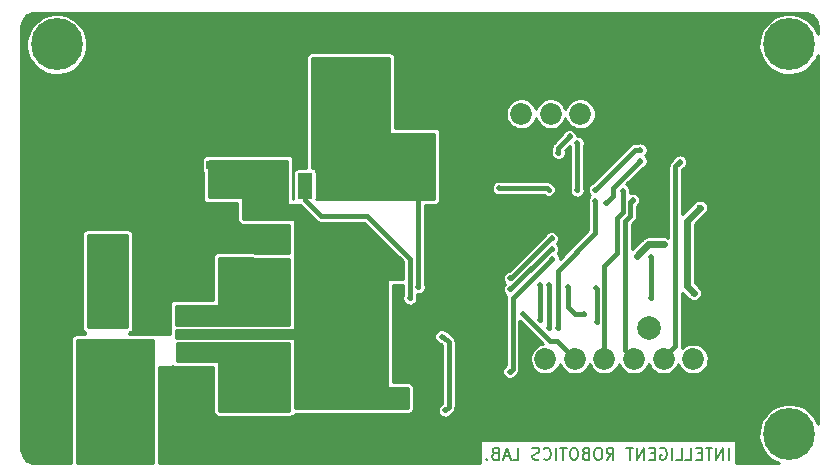
<source format=gbl>
G04 #@! TF.FileFunction,Copper,L2,Bot,Signal*
%FSLAX46Y46*%
G04 Gerber Fmt 4.6, Leading zero omitted, Abs format (unit mm)*
G04 Created by KiCad (PCBNEW 4.0.7) date 10/05/18 20:50:03*
%MOMM*%
%LPD*%
G01*
G04 APERTURE LIST*
%ADD10C,0.100000*%
%ADD11C,0.200000*%
%ADD12C,4.400000*%
%ADD13C,0.700000*%
%ADD14R,1.200000X0.750000*%
%ADD15R,1.850000X1.850000*%
%ADD16C,1.850000*%
%ADD17R,1.200000X2.200000*%
%ADD18R,5.800000X6.400000*%
%ADD19R,2.750000X3.050000*%
%ADD20C,3.000000*%
%ADD21C,2.000000*%
%ADD22R,6.114800X3.193800*%
%ADD23R,3.193800X6.114800*%
%ADD24C,0.600000*%
%ADD25C,0.500000*%
%ADD26C,0.400000*%
%ADD27C,0.250000*%
%ADD28C,0.600000*%
%ADD29C,0.254000*%
G04 APERTURE END LIST*
D10*
D11*
X111901595Y-72651881D02*
X111901595Y-71651881D01*
X111425405Y-72651881D02*
X111425405Y-71651881D01*
X110853976Y-72651881D01*
X110853976Y-71651881D01*
X110520643Y-71651881D02*
X109949214Y-71651881D01*
X110234929Y-72651881D02*
X110234929Y-71651881D01*
X109615881Y-72128071D02*
X109282547Y-72128071D01*
X109139690Y-72651881D02*
X109615881Y-72651881D01*
X109615881Y-71651881D01*
X109139690Y-71651881D01*
X108234928Y-72651881D02*
X108711119Y-72651881D01*
X108711119Y-71651881D01*
X107425404Y-72651881D02*
X107901595Y-72651881D01*
X107901595Y-71651881D01*
X107092071Y-72651881D02*
X107092071Y-71651881D01*
X106092071Y-71699500D02*
X106187309Y-71651881D01*
X106330166Y-71651881D01*
X106473024Y-71699500D01*
X106568262Y-71794738D01*
X106615881Y-71889976D01*
X106663500Y-72080452D01*
X106663500Y-72223310D01*
X106615881Y-72413786D01*
X106568262Y-72509024D01*
X106473024Y-72604262D01*
X106330166Y-72651881D01*
X106234928Y-72651881D01*
X106092071Y-72604262D01*
X106044452Y-72556643D01*
X106044452Y-72223310D01*
X106234928Y-72223310D01*
X105615881Y-72128071D02*
X105282547Y-72128071D01*
X105139690Y-72651881D02*
X105615881Y-72651881D01*
X105615881Y-71651881D01*
X105139690Y-71651881D01*
X104711119Y-72651881D02*
X104711119Y-71651881D01*
X104139690Y-72651881D01*
X104139690Y-71651881D01*
X103806357Y-71651881D02*
X103234928Y-71651881D01*
X103520643Y-72651881D02*
X103520643Y-71651881D01*
X101568261Y-72651881D02*
X101901595Y-72175690D01*
X102139690Y-72651881D02*
X102139690Y-71651881D01*
X101758737Y-71651881D01*
X101663499Y-71699500D01*
X101615880Y-71747119D01*
X101568261Y-71842357D01*
X101568261Y-71985214D01*
X101615880Y-72080452D01*
X101663499Y-72128071D01*
X101758737Y-72175690D01*
X102139690Y-72175690D01*
X100949214Y-71651881D02*
X100758737Y-71651881D01*
X100663499Y-71699500D01*
X100568261Y-71794738D01*
X100520642Y-71985214D01*
X100520642Y-72318548D01*
X100568261Y-72509024D01*
X100663499Y-72604262D01*
X100758737Y-72651881D01*
X100949214Y-72651881D01*
X101044452Y-72604262D01*
X101139690Y-72509024D01*
X101187309Y-72318548D01*
X101187309Y-71985214D01*
X101139690Y-71794738D01*
X101044452Y-71699500D01*
X100949214Y-71651881D01*
X99758737Y-72128071D02*
X99615880Y-72175690D01*
X99568261Y-72223310D01*
X99520642Y-72318548D01*
X99520642Y-72461405D01*
X99568261Y-72556643D01*
X99615880Y-72604262D01*
X99711118Y-72651881D01*
X100092071Y-72651881D01*
X100092071Y-71651881D01*
X99758737Y-71651881D01*
X99663499Y-71699500D01*
X99615880Y-71747119D01*
X99568261Y-71842357D01*
X99568261Y-71937595D01*
X99615880Y-72032833D01*
X99663499Y-72080452D01*
X99758737Y-72128071D01*
X100092071Y-72128071D01*
X98901595Y-71651881D02*
X98711118Y-71651881D01*
X98615880Y-71699500D01*
X98520642Y-71794738D01*
X98473023Y-71985214D01*
X98473023Y-72318548D01*
X98520642Y-72509024D01*
X98615880Y-72604262D01*
X98711118Y-72651881D01*
X98901595Y-72651881D01*
X98996833Y-72604262D01*
X99092071Y-72509024D01*
X99139690Y-72318548D01*
X99139690Y-71985214D01*
X99092071Y-71794738D01*
X98996833Y-71699500D01*
X98901595Y-71651881D01*
X98187309Y-71651881D02*
X97615880Y-71651881D01*
X97901595Y-72651881D02*
X97901595Y-71651881D01*
X97282547Y-72651881D02*
X97282547Y-71651881D01*
X96234928Y-72556643D02*
X96282547Y-72604262D01*
X96425404Y-72651881D01*
X96520642Y-72651881D01*
X96663500Y-72604262D01*
X96758738Y-72509024D01*
X96806357Y-72413786D01*
X96853976Y-72223310D01*
X96853976Y-72080452D01*
X96806357Y-71889976D01*
X96758738Y-71794738D01*
X96663500Y-71699500D01*
X96520642Y-71651881D01*
X96425404Y-71651881D01*
X96282547Y-71699500D01*
X96234928Y-71747119D01*
X95853976Y-72604262D02*
X95711119Y-72651881D01*
X95473023Y-72651881D01*
X95377785Y-72604262D01*
X95330166Y-72556643D01*
X95282547Y-72461405D01*
X95282547Y-72366167D01*
X95330166Y-72270929D01*
X95377785Y-72223310D01*
X95473023Y-72175690D01*
X95663500Y-72128071D01*
X95758738Y-72080452D01*
X95806357Y-72032833D01*
X95853976Y-71937595D01*
X95853976Y-71842357D01*
X95806357Y-71747119D01*
X95758738Y-71699500D01*
X95663500Y-71651881D01*
X95425404Y-71651881D01*
X95282547Y-71699500D01*
X93615880Y-72651881D02*
X94092071Y-72651881D01*
X94092071Y-71651881D01*
X93330166Y-72366167D02*
X92853975Y-72366167D01*
X93425404Y-72651881D02*
X93092071Y-71651881D01*
X92758737Y-72651881D01*
X92092070Y-72128071D02*
X91949213Y-72175690D01*
X91901594Y-72223310D01*
X91853975Y-72318548D01*
X91853975Y-72461405D01*
X91901594Y-72556643D01*
X91949213Y-72604262D01*
X92044451Y-72651881D01*
X92425404Y-72651881D01*
X92425404Y-71651881D01*
X92092070Y-71651881D01*
X91996832Y-71699500D01*
X91949213Y-71747119D01*
X91901594Y-71842357D01*
X91901594Y-71937595D01*
X91949213Y-72032833D01*
X91996832Y-72080452D01*
X92092070Y-72128071D01*
X92425404Y-72128071D01*
X91425404Y-72556643D02*
X91377785Y-72604262D01*
X91425404Y-72651881D01*
X91473023Y-72604262D01*
X91425404Y-72556643D01*
X91425404Y-72651881D01*
D12*
X117000000Y-37500000D03*
D13*
X118650000Y-37500000D03*
X118166726Y-38666726D03*
X117000000Y-39150000D03*
X115833274Y-38666726D03*
X115350000Y-37500000D03*
X115833274Y-36333274D03*
X117000000Y-35850000D03*
X118166726Y-36333274D03*
D12*
X117000000Y-70500000D03*
D13*
X118650000Y-70500000D03*
X118166726Y-71666726D03*
X117000000Y-72150000D03*
X115833274Y-71666726D03*
X115350000Y-70500000D03*
X115833274Y-69333274D03*
X117000000Y-68850000D03*
X118166726Y-69333274D03*
D14*
X68260000Y-47688500D03*
X66360000Y-47688500D03*
D15*
X91821000Y-43370500D03*
D16*
X94321000Y-43370500D03*
X96821000Y-43370500D03*
X99321000Y-43370500D03*
D15*
X111379000Y-64135000D03*
D16*
X108879000Y-64135000D03*
X106379000Y-64135000D03*
X103879000Y-64135000D03*
X101379000Y-64135000D03*
X98879000Y-64135000D03*
X96379000Y-64135000D03*
D17*
X76015500Y-49457500D03*
X80575500Y-49457500D03*
D18*
X78295500Y-55757500D03*
D19*
X79820500Y-57432500D03*
X76770500Y-54082500D03*
X76770500Y-57432500D03*
X79820500Y-54082500D03*
D20*
X78105000Y-62039500D03*
X71818500Y-66103500D03*
X71882000Y-57975500D03*
D21*
X115316000Y-61531500D03*
X105156000Y-61531500D03*
D12*
X55000000Y-37500000D03*
D13*
X56650000Y-37500000D03*
X56166726Y-38666726D03*
X55000000Y-39150000D03*
X53833274Y-38666726D03*
X53350000Y-37500000D03*
X53833274Y-36333274D03*
X55000000Y-35850000D03*
X56166726Y-36333274D03*
D22*
X72527500Y-42568500D03*
D23*
X78295500Y-42100500D03*
X59285500Y-58430500D03*
D22*
X59753500Y-64198500D03*
D24*
X88773000Y-70993000D03*
X87312500Y-70993000D03*
X87312500Y-72453500D03*
X88773000Y-72453500D03*
X90233500Y-72453500D03*
X90233500Y-70993000D03*
X90868500Y-69532500D03*
X92329000Y-69532500D03*
X92329000Y-68072000D03*
X63182500Y-46228000D03*
X63182500Y-47625000D03*
X87185500Y-40132000D03*
X87185500Y-38671500D03*
X87185500Y-37211000D03*
X87185500Y-35750500D03*
X85725000Y-35750500D03*
X85725000Y-37211000D03*
X85725000Y-38671500D03*
X76962000Y-37211000D03*
X76898500Y-35750500D03*
X78422500Y-35750500D03*
X78422500Y-37211000D03*
X79883000Y-37211000D03*
X79883000Y-35750500D03*
X81343500Y-35750500D03*
X81343500Y-37211000D03*
X82804000Y-37211000D03*
X84264500Y-40132000D03*
X84264500Y-38671500D03*
X84264500Y-37211000D03*
X84264500Y-35750500D03*
X82804000Y-35750500D03*
X72580500Y-38671500D03*
X71120000Y-38671500D03*
X69659500Y-38671500D03*
X69659500Y-37211000D03*
X69659500Y-35750500D03*
X71120000Y-35750500D03*
X71120000Y-37211000D03*
X72580500Y-37211000D03*
X69659500Y-40132000D03*
X71120000Y-40132000D03*
X72580500Y-40132000D03*
X74041000Y-40132000D03*
X75501500Y-40132000D03*
X75501500Y-38671500D03*
X74041000Y-38671500D03*
X75501500Y-35750500D03*
X75501500Y-37211000D03*
X74041000Y-37211000D03*
X74041000Y-35750500D03*
X72580500Y-35750500D03*
X64516000Y-46164500D03*
X64516000Y-47625000D03*
X57340500Y-49085500D03*
X58801000Y-49085500D03*
X60261500Y-49085500D03*
X61722000Y-49085500D03*
X52959000Y-66611500D03*
X52959000Y-65151000D03*
X52959000Y-63690500D03*
X52959000Y-62230000D03*
X52959000Y-60769500D03*
X52959000Y-59309000D03*
X52959000Y-57848500D03*
X52959000Y-56388000D03*
X52959000Y-68072000D03*
X52959000Y-69532500D03*
X52959000Y-70993000D03*
X52959000Y-72453500D03*
X55880000Y-49085500D03*
X54419500Y-49085500D03*
X52959000Y-49085500D03*
X52959000Y-50546000D03*
X52959000Y-52006500D03*
X52959000Y-53467000D03*
X52959000Y-54927500D03*
X65976500Y-46164500D03*
X65976500Y-47625000D03*
X65976500Y-49085500D03*
X64516000Y-49085500D03*
X63182500Y-49085500D03*
X55880000Y-57785000D03*
X55880000Y-56388000D03*
X55880000Y-54927500D03*
X55880000Y-53467000D03*
X55880000Y-52006500D03*
X54419500Y-50546000D03*
X55880000Y-50546000D03*
X55880000Y-62230000D03*
X54419500Y-62230000D03*
X54419500Y-60769500D03*
X55880000Y-60769500D03*
X55880000Y-59309000D03*
X54419500Y-59309000D03*
X54419500Y-52006500D03*
X54419500Y-53467000D03*
X54419500Y-54927500D03*
X54419500Y-56388000D03*
X54419500Y-57785000D03*
X54419500Y-72453500D03*
X55880000Y-72453500D03*
X55880000Y-70993000D03*
X55880000Y-69532500D03*
X55880000Y-68135500D03*
X55880000Y-66675000D03*
X55880000Y-65151000D03*
X55880000Y-63690500D03*
X54419500Y-63690500D03*
X54419500Y-65151000D03*
X54419500Y-66675000D03*
X54419500Y-68072000D03*
X54419500Y-69532500D03*
X54419500Y-70993000D03*
X68008500Y-65468500D03*
X68008500Y-66548000D03*
X68008500Y-67627500D03*
X67056000Y-67627500D03*
X67056000Y-66548000D03*
X67056000Y-65468500D03*
X66675000Y-56959500D03*
X66675000Y-57912000D03*
X66675000Y-58864500D03*
X67627500Y-58864500D03*
X67627500Y-57912000D03*
X67627500Y-56959500D03*
X67627500Y-56007000D03*
X66675000Y-56007000D03*
X64198500Y-57975500D03*
X64198500Y-57023000D03*
X64198500Y-56070500D03*
X63246000Y-56070500D03*
X63246000Y-57023000D03*
X63246000Y-57975500D03*
X64198500Y-58928000D03*
X63246000Y-58928000D03*
X62293500Y-58928000D03*
X62293500Y-57975500D03*
X62293500Y-57023000D03*
X62293500Y-56070500D03*
D25*
X95885000Y-47434500D03*
X106870500Y-46164500D03*
X110299500Y-62039500D03*
X108077000Y-61976000D03*
X117094000Y-56261000D03*
X113601500Y-46799500D03*
X106616500Y-40640000D03*
X109410500Y-40640000D03*
X90487500Y-52451000D03*
X90170000Y-55181500D03*
D24*
X64897000Y-65468500D03*
X64897000Y-66548000D03*
X64897000Y-67627500D03*
X63944500Y-67627500D03*
X63944500Y-66548000D03*
X63944500Y-65468500D03*
D25*
X93345000Y-65214500D03*
X96964500Y-55626000D03*
X106426000Y-54419500D03*
X104140000Y-55372000D03*
D24*
X109474000Y-51308000D03*
X108966000Y-58547000D03*
X108331000Y-56388000D03*
D25*
X82296000Y-38925500D03*
X82296000Y-39878000D03*
X82296000Y-40830500D03*
X82296000Y-41783000D03*
X82296000Y-42735500D03*
X82296000Y-43688000D03*
X82296000Y-44640500D03*
X81280000Y-38925500D03*
X81280000Y-39878000D03*
X81280000Y-40830500D03*
X81280000Y-41783000D03*
X81280000Y-42735500D03*
X81280000Y-43688000D03*
X81280000Y-44640500D03*
X80264000Y-45593000D03*
X80264000Y-38925500D03*
X80264000Y-39878000D03*
X80264000Y-40830500D03*
X80264000Y-41783000D03*
X80264000Y-42735500D03*
X80264000Y-43688000D03*
X80264000Y-44640500D03*
X77279500Y-49657000D03*
X77279500Y-48641000D03*
X77279500Y-47625000D03*
X77279500Y-46609000D03*
X77279500Y-45593000D03*
X77279500Y-44640500D03*
X77279500Y-43688000D03*
X77279500Y-42735500D03*
X77279500Y-41783000D03*
X77279500Y-40830500D03*
X77279500Y-39878000D03*
X77279500Y-38925500D03*
X78232000Y-38925500D03*
X79184500Y-38925500D03*
X85598000Y-58039000D03*
X86360000Y-49657000D03*
X85344000Y-49657000D03*
X84328000Y-49657000D03*
X83312000Y-49657000D03*
X82296000Y-49657000D03*
X78232000Y-49657000D03*
X79248000Y-49657000D03*
X83312000Y-47625000D03*
X84328000Y-47625000D03*
X84328000Y-48641000D03*
X83312000Y-48641000D03*
X82296000Y-48641000D03*
X82296000Y-47625000D03*
X78232000Y-46609000D03*
X78232000Y-47625000D03*
X78232000Y-48641000D03*
X79248000Y-48641000D03*
X79248000Y-47625000D03*
X79248000Y-46609000D03*
X85344000Y-45593000D03*
X84328000Y-45593000D03*
X83312000Y-45593000D03*
X82296000Y-45593000D03*
X81280000Y-45593000D03*
X86360000Y-45593000D03*
X78232000Y-45593000D03*
X79248000Y-45593000D03*
X84328000Y-46609000D03*
X83312000Y-46609000D03*
X82296000Y-46609000D03*
X81280000Y-46609000D03*
X80264000Y-46609000D03*
X85344000Y-46609000D03*
X86360000Y-46609000D03*
D24*
X70421500Y-49911000D03*
X68389500Y-49911000D03*
X69405500Y-49911000D03*
X69405500Y-49022000D03*
X70421500Y-49022000D03*
X68389500Y-49022000D03*
X72390000Y-61976000D03*
X73406000Y-61976000D03*
X74422000Y-61976000D03*
X67310000Y-61976000D03*
X68326000Y-61976000D03*
X69342000Y-61976000D03*
X70358000Y-61976000D03*
X71374000Y-61976000D03*
X76708000Y-59436000D03*
X77851000Y-59436000D03*
X81280000Y-59436000D03*
X80137000Y-59436000D03*
X78994000Y-59436000D03*
X75565000Y-59436000D03*
X82423000Y-67437000D03*
X75628500Y-67437000D03*
X76708000Y-67437000D03*
X77851000Y-67437000D03*
X78994000Y-67437000D03*
X80137000Y-67437000D03*
X81280000Y-67437000D03*
X77851000Y-66294000D03*
X78994000Y-66294000D03*
X80137000Y-66294000D03*
X81280000Y-66294000D03*
X76708000Y-66294000D03*
X75628500Y-66294000D03*
X77851000Y-65151000D03*
X78994000Y-65151000D03*
X80137000Y-65151000D03*
X81280000Y-65151000D03*
X76708000Y-65151000D03*
X75628500Y-65151000D03*
X77851000Y-64008000D03*
X78994000Y-64008000D03*
X80137000Y-64008000D03*
X81280000Y-64008000D03*
X76708000Y-64008000D03*
X75628500Y-64008000D03*
X78994000Y-60579000D03*
X80137000Y-60579000D03*
X81280000Y-60579000D03*
X77851000Y-60579000D03*
X76708000Y-60579000D03*
X75565000Y-60579000D03*
X81280000Y-58293000D03*
X80137000Y-58293000D03*
X78994000Y-58293000D03*
X77851000Y-58293000D03*
X76708000Y-58293000D03*
X75565000Y-58293000D03*
X82423000Y-59436000D03*
X82423000Y-60579000D03*
X82423000Y-61722000D03*
X82423000Y-62865000D03*
X82423000Y-64008000D03*
X82423000Y-65151000D03*
X82423000Y-58293000D03*
X82423000Y-66294000D03*
X81280000Y-57150000D03*
X80137000Y-57150000D03*
X78994000Y-57150000D03*
X77851000Y-57150000D03*
X76708000Y-57150000D03*
X75565000Y-57150000D03*
X76708000Y-56007000D03*
X77851000Y-56007000D03*
X75565000Y-56007000D03*
X78994000Y-56007000D03*
X80137000Y-56007000D03*
X81280000Y-56007000D03*
X82423000Y-56007000D03*
X82423000Y-57150000D03*
D25*
X107759500Y-47434500D03*
D24*
X58102500Y-54991000D03*
X59245500Y-54991000D03*
X60388500Y-54991000D03*
D25*
X69342000Y-56007000D03*
X70358000Y-56007000D03*
X66357500Y-59817000D03*
X66357500Y-60833000D03*
X68326000Y-60833000D03*
X67310000Y-60833000D03*
X68326000Y-59817000D03*
X67310000Y-59817000D03*
X70358000Y-60833000D03*
X69342000Y-60833000D03*
X69342000Y-59817000D03*
X70358000Y-59817000D03*
X70358000Y-59817000D03*
X69342000Y-59817000D03*
X69342000Y-60833000D03*
X70358000Y-60833000D03*
X70358000Y-60833000D03*
X69342000Y-60833000D03*
X69342000Y-59817000D03*
X70358000Y-59817000D03*
X70358000Y-59817000D03*
X69342000Y-59817000D03*
X69342000Y-60833000D03*
X70358000Y-60833000D03*
X72390000Y-60833000D03*
X71374000Y-60833000D03*
X70358000Y-60833000D03*
X69342000Y-60833000D03*
X69342000Y-59817000D03*
X72390000Y-59817000D03*
X71374000Y-59817000D03*
X70358000Y-59817000D03*
X70358000Y-59817000D03*
X71374000Y-59817000D03*
X72390000Y-59817000D03*
X69342000Y-59817000D03*
X69342000Y-60833000D03*
X70358000Y-60833000D03*
X71374000Y-60833000D03*
X72390000Y-60833000D03*
X72390000Y-60833000D03*
X71374000Y-60833000D03*
X70358000Y-60833000D03*
X69342000Y-60833000D03*
X69342000Y-59817000D03*
X72390000Y-59817000D03*
X71374000Y-59817000D03*
X70358000Y-59817000D03*
X73406000Y-57848500D03*
X74422000Y-57848500D03*
X71374000Y-58801000D03*
X72390000Y-58801000D03*
X73406000Y-58801000D03*
X74422000Y-58801000D03*
X70358000Y-57848500D03*
X70358000Y-58801000D03*
X70358000Y-59817000D03*
X71374000Y-59817000D03*
X72390000Y-59817000D03*
X73406000Y-59817000D03*
X74422000Y-59817000D03*
X69342000Y-57023000D03*
X69342000Y-59817000D03*
X69342000Y-58801000D03*
X69342000Y-57848500D03*
X69342000Y-60833000D03*
X70358000Y-60833000D03*
X71374000Y-60833000D03*
X72390000Y-60833000D03*
X73406000Y-60833000D03*
X74422000Y-60833000D03*
X71374000Y-56007000D03*
X72390000Y-56007000D03*
X73406000Y-56007000D03*
X74422000Y-56007000D03*
X74422000Y-57023000D03*
X73406000Y-57023000D03*
X72390000Y-57023000D03*
X71374000Y-57023000D03*
X70358000Y-57023000D03*
D24*
X61785500Y-67818000D03*
X60642500Y-67818000D03*
X59499500Y-67818000D03*
X58356500Y-67818000D03*
X61785500Y-68961000D03*
X60642500Y-68961000D03*
X59499500Y-68961000D03*
X58356500Y-68961000D03*
X57213500Y-68961000D03*
X57213500Y-67818000D03*
X57213500Y-66675000D03*
X58356500Y-66675000D03*
X59499500Y-66675000D03*
X60642500Y-66675000D03*
X61785500Y-66675000D03*
D25*
X66294000Y-64135000D03*
X67310000Y-64135000D03*
X68326000Y-64135000D03*
X66294000Y-63119000D03*
X67310000Y-63119000D03*
X68326000Y-63119000D03*
X69342000Y-68072000D03*
X70358000Y-68072000D03*
X71437500Y-68072000D03*
X72390000Y-68072000D03*
X73406000Y-68072000D03*
X74422000Y-68072000D03*
X69342000Y-67056000D03*
X70358000Y-67056000D03*
X71437500Y-67056000D03*
X72390000Y-67056000D03*
X73406000Y-67056000D03*
X74422000Y-67056000D03*
X69342000Y-66040000D03*
X70358000Y-66040000D03*
X73406000Y-66040000D03*
X74422000Y-66040000D03*
X69342000Y-65087500D03*
X70358000Y-65087500D03*
X71374000Y-65087500D03*
X72390000Y-65087500D03*
X73406000Y-65087500D03*
X74422000Y-65087500D03*
X69342000Y-64135000D03*
X70358000Y-64135000D03*
X71374000Y-64135000D03*
X72390000Y-64135000D03*
X73406000Y-64135000D03*
X74422000Y-64135000D03*
X69342000Y-63119000D03*
X70358000Y-63119000D03*
X71374000Y-63119000D03*
X72390000Y-63119000D03*
X73406000Y-63119000D03*
X74422000Y-63119000D03*
X97472500Y-46672500D03*
X98425000Y-45275500D03*
X103759000Y-50673000D03*
X102933500Y-49911000D03*
X94488000Y-60325000D03*
X100584000Y-50736500D03*
X97409000Y-61531500D03*
X84899500Y-58991500D03*
X92456000Y-49657000D03*
X96647000Y-49784000D03*
X104394000Y-47371000D03*
X101473000Y-50927000D03*
X87579200Y-62230000D03*
X87884000Y-68478400D03*
X96647000Y-61531500D03*
X96647000Y-57848500D03*
X95948500Y-60833000D03*
X95885000Y-57848500D03*
X96901000Y-54800500D03*
X93408500Y-58229500D03*
X93408500Y-57277000D03*
X96901000Y-53911500D03*
X105283000Y-55499000D03*
X105283000Y-58928000D03*
X99631500Y-60325000D03*
X98298000Y-58039000D03*
X99060000Y-45847000D03*
X99060000Y-49847500D03*
X104394000Y-46418500D03*
X100584000Y-49784000D03*
X100711000Y-61023500D03*
X100647500Y-58102500D03*
D26*
X111379000Y-64135000D02*
X111379000Y-64833500D01*
X111379000Y-64833500D02*
X108140500Y-68072000D01*
X87312500Y-70993000D02*
X88773000Y-70993000D01*
X88773000Y-72453500D02*
X87312500Y-72453500D01*
X90233500Y-70993000D02*
X90233500Y-72453500D01*
X92329000Y-69532500D02*
X90868500Y-69532500D01*
X108140500Y-68072000D02*
X92329000Y-68072000D01*
X63182500Y-49085500D02*
X63182500Y-47625000D01*
X84264500Y-38671500D02*
X85725000Y-38671500D01*
X87185500Y-38671500D02*
X87185500Y-40132000D01*
X87185500Y-35750500D02*
X87185500Y-37211000D01*
X85725000Y-37211000D02*
X85725000Y-35750500D01*
X76898500Y-35750500D02*
X78422500Y-35750500D01*
X78422500Y-37211000D02*
X79883000Y-37211000D01*
X79883000Y-35750500D02*
X81343500Y-35750500D01*
X81343500Y-37211000D02*
X82804000Y-37211000D01*
X75501500Y-37211000D02*
X76962000Y-37211000D01*
X84264500Y-37211000D02*
X84264500Y-38671500D01*
X82804000Y-35750500D02*
X84264500Y-35750500D01*
X72580500Y-38671500D02*
X71120000Y-38671500D01*
X69659500Y-38671500D02*
X69659500Y-37211000D01*
X69659500Y-35750500D02*
X71120000Y-35750500D01*
X71120000Y-37211000D02*
X72580500Y-37211000D01*
X72096000Y-42568500D02*
X69659500Y-40132000D01*
X71120000Y-40132000D02*
X72580500Y-40132000D01*
X74041000Y-40132000D02*
X75501500Y-40132000D01*
X75501500Y-38671500D02*
X74041000Y-38671500D01*
X74041000Y-37211000D02*
X75501500Y-37211000D01*
X72580500Y-35750500D02*
X74041000Y-35750500D01*
X72527500Y-42568500D02*
X72096000Y-42568500D01*
X64516000Y-47625000D02*
X64516000Y-46164500D01*
X61722000Y-49085500D02*
X63182500Y-49085500D01*
X58801000Y-49085500D02*
X60261500Y-49085500D01*
X52959000Y-66611500D02*
X52959000Y-65151000D01*
X52959000Y-63690500D02*
X52959000Y-62230000D01*
X52959000Y-60769500D02*
X52959000Y-59309000D01*
X52959000Y-57848500D02*
X52959000Y-56388000D01*
X52959000Y-69532500D02*
X52959000Y-68072000D01*
X52959000Y-72453500D02*
X52959000Y-70993000D01*
X52959000Y-49085500D02*
X54419500Y-49085500D01*
X52959000Y-52006500D02*
X52959000Y-50546000D01*
X52959000Y-54927500D02*
X52959000Y-53467000D01*
X55880000Y-49085500D02*
X57340500Y-49085500D01*
X65976500Y-47625000D02*
X65976500Y-46164500D01*
X64516000Y-49085500D02*
X65976500Y-49085500D01*
X55880000Y-52006500D02*
X55880000Y-50546000D01*
X55880000Y-57785000D02*
X55880000Y-56388000D01*
X55880000Y-54927500D02*
X55880000Y-53467000D01*
X54419500Y-59309000D02*
X54419500Y-57785000D01*
X54419500Y-62230000D02*
X54419500Y-60769500D01*
X55880000Y-60769500D02*
X55880000Y-59309000D01*
X55880000Y-63690500D02*
X55880000Y-62230000D01*
X54419500Y-53467000D02*
X54419500Y-52006500D01*
X54419500Y-56388000D02*
X54419500Y-54927500D01*
X55880000Y-72453500D02*
X54419500Y-72453500D01*
X55880000Y-70993000D02*
X55880000Y-69532500D01*
X55880000Y-68135500D02*
X55880000Y-66675000D01*
X55880000Y-65151000D02*
X55880000Y-63690500D01*
X54419500Y-65151000D02*
X54419500Y-63690500D01*
X54419500Y-68072000D02*
X54419500Y-66675000D01*
X54419500Y-70993000D02*
X54419500Y-69532500D01*
D27*
X68008500Y-66548000D02*
X68008500Y-65468500D01*
X67056000Y-67627500D02*
X68008500Y-67627500D01*
X67056000Y-65468500D02*
X67056000Y-66548000D01*
X66675000Y-57912000D02*
X66675000Y-56959500D01*
X67627500Y-58864500D02*
X66675000Y-58864500D01*
X67627500Y-56959500D02*
X67627500Y-57912000D01*
X66675000Y-56007000D02*
X67627500Y-56007000D01*
X64198500Y-57023000D02*
X64198500Y-57975500D01*
X63246000Y-56070500D02*
X64198500Y-56070500D01*
X63246000Y-57975500D02*
X63246000Y-57023000D01*
X63246000Y-58928000D02*
X64198500Y-58928000D01*
X62293500Y-57975500D02*
X62293500Y-58928000D01*
X62293500Y-56070500D02*
X62293500Y-57023000D01*
D26*
X95885000Y-47434500D02*
X91821000Y-43370500D01*
X106616500Y-40640000D02*
X106616500Y-45910500D01*
X106616500Y-45910500D02*
X106870500Y-46164500D01*
X91821000Y-43370500D02*
X91821000Y-42989500D01*
X91821000Y-42989500D02*
X94170500Y-40640000D01*
X94170500Y-40640000D02*
X106616500Y-40640000D01*
X108140500Y-62039500D02*
X110299500Y-62039500D01*
X108077000Y-61976000D02*
X108140500Y-62039500D01*
X115316000Y-61531500D02*
X115316000Y-58039000D01*
X115316000Y-58039000D02*
X117094000Y-56261000D01*
X110998000Y-40640000D02*
X109410500Y-40640000D01*
X113601500Y-43243500D02*
X110998000Y-40640000D01*
X113601500Y-46799500D02*
X113601500Y-43243500D01*
X106616500Y-40640000D02*
X109410500Y-40640000D01*
X90487500Y-54864000D02*
X90487500Y-52451000D01*
X90170000Y-55181500D02*
X90487500Y-54864000D01*
D27*
X64897000Y-66548000D02*
X64897000Y-65468500D01*
X63944500Y-67627500D02*
X64897000Y-67627500D01*
X63944500Y-65468500D02*
X63944500Y-66548000D01*
D26*
X96964500Y-55626000D02*
X94932500Y-57658000D01*
X93599000Y-58991500D02*
X94932500Y-57658000D01*
X93599000Y-64960500D02*
X93599000Y-58991500D01*
X93345000Y-65214500D02*
X93599000Y-64960500D01*
D28*
X105092500Y-54419500D02*
X106426000Y-54419500D01*
X104140000Y-55372000D02*
X105092500Y-54419500D01*
X108331000Y-52451000D02*
X108331000Y-56388000D01*
X109474000Y-51308000D02*
X108331000Y-52451000D01*
X108966000Y-58547000D02*
X108331000Y-57912000D01*
X108331000Y-57912000D02*
X108331000Y-56388000D01*
D26*
X82296000Y-45593000D02*
X82296000Y-44640500D01*
X82296000Y-39878000D02*
X82296000Y-38925500D01*
X82296000Y-41783000D02*
X82296000Y-40830500D01*
X82296000Y-43688000D02*
X82296000Y-42735500D01*
X81280000Y-40830500D02*
X81280000Y-39878000D01*
X81280000Y-42735500D02*
X81280000Y-41783000D01*
X81280000Y-44640500D02*
X81280000Y-43688000D01*
X80264000Y-45593000D02*
X80264000Y-44640500D01*
X80264000Y-39878000D02*
X80264000Y-38925500D01*
X80264000Y-41783000D02*
X80264000Y-40830500D01*
X80264000Y-43688000D02*
X80264000Y-42735500D01*
X77279500Y-44640500D02*
X77279500Y-45593000D01*
X77279500Y-49657000D02*
X77279500Y-48641000D01*
X77279500Y-47625000D02*
X77279500Y-46609000D01*
X77279500Y-43688000D02*
X77279500Y-42735500D01*
X77279500Y-41783000D02*
X77279500Y-40830500D01*
X77279500Y-39878000D02*
X77279500Y-38925500D01*
X78232000Y-38925500D02*
X79184500Y-38925500D01*
X85598000Y-53657500D02*
X85598000Y-48323500D01*
X85598000Y-54673500D02*
X85598000Y-58039000D01*
X85598000Y-53721000D02*
X85598000Y-54673500D01*
X85598000Y-53657500D02*
X85598000Y-53721000D01*
X85598000Y-48323500D02*
X84772500Y-47498000D01*
X82296000Y-48641000D02*
X82296000Y-49657000D01*
X85344000Y-49657000D02*
X86360000Y-49657000D01*
X83312000Y-49657000D02*
X84328000Y-49657000D01*
X78232000Y-49657000D02*
X79248000Y-49657000D01*
X84328000Y-47625000D02*
X83312000Y-47625000D01*
X83312000Y-48641000D02*
X84328000Y-48641000D01*
X82296000Y-47625000D02*
X82296000Y-48641000D01*
X79248000Y-46609000D02*
X80264000Y-46609000D01*
X78232000Y-47625000D02*
X78232000Y-48641000D01*
X79248000Y-48641000D02*
X79248000Y-47625000D01*
X80264000Y-45593000D02*
X80264000Y-45593000D01*
X80264000Y-45593000D02*
X79248000Y-45593000D01*
X85344000Y-45593000D02*
X84328000Y-45593000D01*
X83312000Y-45593000D02*
X82296000Y-45593000D01*
X80264000Y-45593000D02*
X81280000Y-45593000D01*
X78232000Y-45593000D02*
X78232000Y-46609000D01*
X83312000Y-46609000D02*
X84328000Y-46609000D01*
X81280000Y-46609000D02*
X82296000Y-46609000D01*
X85344000Y-46609000D02*
X86360000Y-46609000D01*
X69405500Y-49022000D02*
X70421500Y-49022000D01*
X69405500Y-49022000D02*
X69405500Y-49911000D01*
D27*
X72390000Y-61976000D02*
X73406000Y-61976000D01*
X67310000Y-61976000D02*
X68326000Y-61976000D01*
X70358000Y-61976000D02*
X71374000Y-61976000D01*
X77851000Y-59436000D02*
X78994000Y-59436000D01*
X77851000Y-59436000D02*
X76708000Y-59436000D01*
X80137000Y-59436000D02*
X81280000Y-59436000D01*
X76708000Y-67437000D02*
X75628500Y-67437000D01*
X78994000Y-67437000D02*
X77851000Y-67437000D01*
X81280000Y-67437000D02*
X80137000Y-67437000D01*
X78994000Y-66294000D02*
X77851000Y-66294000D01*
X81280000Y-66294000D02*
X80137000Y-66294000D01*
X76708000Y-66294000D02*
X75628500Y-66294000D01*
X78994000Y-65151000D02*
X77851000Y-65151000D01*
X81280000Y-65151000D02*
X80137000Y-65151000D01*
X76708000Y-65151000D02*
X75628500Y-65151000D01*
X78994000Y-64008000D02*
X77851000Y-64008000D01*
X81280000Y-64008000D02*
X80137000Y-64008000D01*
X76708000Y-64008000D02*
X75628500Y-64008000D01*
X78994000Y-60579000D02*
X77851000Y-60579000D01*
X81280000Y-60579000D02*
X80137000Y-60579000D01*
X76708000Y-60579000D02*
X75565000Y-60579000D01*
X82423000Y-58293000D02*
X81280000Y-58293000D01*
X80137000Y-58293000D02*
X78994000Y-58293000D01*
X77851000Y-58293000D02*
X76708000Y-58293000D01*
X75565000Y-58293000D02*
X78295500Y-55757500D01*
X82423000Y-65151000D02*
X82423000Y-66294000D01*
X82423000Y-60579000D02*
X82423000Y-61722000D01*
X82423000Y-62865000D02*
X82423000Y-64008000D01*
X82423000Y-58293000D02*
X82423000Y-59436000D01*
X82423000Y-57150000D02*
X81280000Y-57150000D01*
X80137000Y-57150000D02*
X78994000Y-57150000D01*
X77851000Y-57150000D02*
X76708000Y-57150000D01*
X75565000Y-57150000D02*
X78295500Y-55757500D01*
X78295500Y-55757500D02*
X76957500Y-55757500D01*
X76957500Y-55757500D02*
X76708000Y-56007000D01*
X77851000Y-56007000D02*
X78295500Y-55757500D01*
X80137000Y-56007000D02*
X81280000Y-56007000D01*
X82423000Y-56007000D02*
X82423000Y-57150000D01*
D26*
X106379000Y-64135000D02*
X106379000Y-64055000D01*
X106379000Y-64055000D02*
X107378500Y-63055500D01*
X107378500Y-63055500D02*
X107378500Y-47815500D01*
X107378500Y-47815500D02*
X107759500Y-47434500D01*
X58102500Y-54991000D02*
X59245500Y-54991000D01*
X69342000Y-56007000D02*
X70358000Y-56007000D01*
X69342000Y-59817000D02*
X68326000Y-59817000D01*
X66357500Y-60833000D02*
X66357500Y-59817000D01*
X68326000Y-60833000D02*
X67310000Y-60833000D01*
X69342000Y-60833000D02*
X70358000Y-60833000D01*
X69342000Y-58801000D02*
X69342000Y-59817000D01*
X70358000Y-59817000D02*
X71374000Y-59817000D01*
X70358000Y-59817000D02*
X71374000Y-59817000D01*
X69342000Y-58801000D02*
X69342000Y-59817000D01*
X69342000Y-60833000D02*
X70358000Y-60833000D01*
X69342000Y-60833000D02*
X70358000Y-60833000D01*
X69342000Y-58801000D02*
X69342000Y-59817000D01*
X70358000Y-59817000D02*
X71374000Y-59817000D01*
X70358000Y-59817000D02*
X71374000Y-59817000D01*
X69342000Y-58801000D02*
X69342000Y-59817000D01*
X69342000Y-60833000D02*
X70358000Y-60833000D01*
X71374000Y-60833000D02*
X72390000Y-60833000D01*
X69342000Y-60833000D02*
X70358000Y-60833000D01*
X69342000Y-58801000D02*
X69342000Y-59817000D01*
X72390000Y-59817000D02*
X73406000Y-59817000D01*
X70358000Y-59817000D02*
X71374000Y-59817000D01*
X71374000Y-59817000D02*
X71374000Y-58801000D01*
X71374000Y-59817000D02*
X71374000Y-58801000D01*
X70358000Y-59817000D02*
X71374000Y-59817000D01*
X72390000Y-59817000D02*
X73406000Y-59817000D01*
X69342000Y-58801000D02*
X69342000Y-59817000D01*
X69342000Y-60833000D02*
X70358000Y-60833000D01*
X71374000Y-60833000D02*
X72390000Y-60833000D01*
X71374000Y-60833000D02*
X72390000Y-60833000D01*
X69342000Y-60833000D02*
X70358000Y-60833000D01*
X69342000Y-58801000D02*
X69342000Y-59817000D01*
X72390000Y-59817000D02*
X73406000Y-59817000D01*
X70358000Y-59817000D02*
X71374000Y-59817000D01*
X71374000Y-59817000D02*
X71374000Y-58801000D01*
X73406000Y-57848500D02*
X74422000Y-57848500D01*
X71374000Y-59817000D02*
X71374000Y-58801000D01*
X72326500Y-58801000D02*
X72390000Y-58801000D01*
X73406000Y-58801000D02*
X74422000Y-58801000D01*
X70358000Y-57848500D02*
X70358000Y-58801000D01*
X70358000Y-59817000D02*
X71374000Y-59817000D01*
X72390000Y-59817000D02*
X73406000Y-59817000D01*
X69342000Y-57023000D02*
X69342000Y-57848500D01*
X69342000Y-58801000D02*
X69342000Y-59817000D01*
X69342000Y-60833000D02*
X70358000Y-60833000D01*
X71374000Y-60833000D02*
X72390000Y-60833000D01*
X73406000Y-60833000D02*
X74422000Y-60833000D01*
X72390000Y-56007000D02*
X73406000Y-56007000D01*
X74422000Y-56007000D02*
X74422000Y-57023000D01*
X73406000Y-57023000D02*
X72390000Y-57023000D01*
X71374000Y-57023000D02*
X70358000Y-57023000D01*
X59499500Y-67818000D02*
X60642500Y-67818000D01*
X57213500Y-67818000D02*
X58356500Y-67818000D01*
X59499500Y-68961000D02*
X60642500Y-68961000D01*
X57213500Y-68961000D02*
X58356500Y-68961000D01*
X57213500Y-66675000D02*
X57213500Y-67818000D01*
X57213500Y-66675000D02*
X57213500Y-66675000D01*
X59753500Y-64198500D02*
X59690000Y-64198500D01*
X59690000Y-64198500D02*
X57213500Y-66675000D01*
X58356500Y-66675000D02*
X59499500Y-66675000D01*
X60642500Y-66675000D02*
X61785500Y-66675000D01*
X69342000Y-64135000D02*
X68326000Y-64135000D01*
X67310000Y-64135000D02*
X66294000Y-64135000D01*
X66294000Y-63119000D02*
X67310000Y-63119000D01*
X69342000Y-68072000D02*
X70358000Y-68072000D01*
X71437500Y-68072000D02*
X72390000Y-68072000D01*
X73406000Y-68072000D02*
X74422000Y-68072000D01*
X69342000Y-67056000D02*
X70358000Y-67056000D01*
X71437500Y-67056000D02*
X72390000Y-67056000D01*
X73406000Y-67056000D02*
X74422000Y-67056000D01*
X69342000Y-66040000D02*
X70358000Y-66040000D01*
X73406000Y-66040000D02*
X74422000Y-66040000D01*
X69342000Y-65087500D02*
X70358000Y-65087500D01*
X71374000Y-65087500D02*
X72390000Y-65087500D01*
X73406000Y-65087500D02*
X74422000Y-65087500D01*
X69342000Y-64135000D02*
X70294500Y-64135000D01*
X70294500Y-64135000D02*
X70358000Y-64135000D01*
X71374000Y-64135000D02*
X72390000Y-64135000D01*
X73406000Y-64135000D02*
X74422000Y-64135000D01*
X69342000Y-63119000D02*
X70358000Y-63119000D01*
X71374000Y-63119000D02*
X72390000Y-63119000D01*
X73406000Y-63119000D02*
X74422000Y-63119000D01*
X97472500Y-46228000D02*
X97472500Y-46672500D01*
X98425000Y-45275500D02*
X97472500Y-46228000D01*
X103759000Y-50673000D02*
X103568500Y-50863500D01*
X103568500Y-50863500D02*
X103568500Y-52006500D01*
X103568500Y-52006500D02*
X103124000Y-52451000D01*
X103124000Y-52451000D02*
X103124000Y-63380000D01*
X103124000Y-63380000D02*
X103879000Y-64135000D01*
X101379000Y-64135000D02*
X101379000Y-56228000D01*
X102933500Y-51689000D02*
X102933500Y-49911000D01*
X102425500Y-52197000D02*
X102933500Y-51689000D01*
X102425500Y-55181500D02*
X102425500Y-52197000D01*
X101379000Y-56228000D02*
X102425500Y-55181500D01*
X97355000Y-62611000D02*
X98879000Y-64135000D01*
X96774000Y-62611000D02*
X97355000Y-62611000D01*
X94488000Y-60325000D02*
X96774000Y-62611000D01*
X98806000Y-64135000D02*
X98879000Y-64135000D01*
X97409000Y-61531500D02*
X97409000Y-56642000D01*
X100584000Y-53467000D02*
X100584000Y-50736500D01*
X97409000Y-56642000D02*
X100584000Y-53467000D01*
X76015500Y-49457500D02*
X76015500Y-50679000D01*
X81280000Y-52006500D02*
X84899500Y-55626000D01*
X77343000Y-52006500D02*
X81280000Y-52006500D01*
X76015500Y-50679000D02*
X77343000Y-52006500D01*
X84899500Y-55626000D02*
X84899500Y-58991500D01*
X96520000Y-49657000D02*
X92456000Y-49657000D01*
X96647000Y-49784000D02*
X96520000Y-49657000D01*
X102108000Y-49657000D02*
X104394000Y-47371000D01*
X102108000Y-50292000D02*
X102108000Y-49657000D01*
X101473000Y-50927000D02*
X102108000Y-50292000D01*
X87731600Y-62230000D02*
X87579200Y-62230000D01*
X88188800Y-62687200D02*
X87731600Y-62230000D01*
X88188800Y-68173600D02*
X88188800Y-62687200D01*
X87884000Y-68478400D02*
X88188800Y-68173600D01*
X96647000Y-61531500D02*
X96647000Y-57848500D01*
X95948500Y-60833000D02*
X95885000Y-60769500D01*
X95885000Y-60769500D02*
X95885000Y-57848500D01*
X96837500Y-54800500D02*
X96901000Y-54800500D01*
X93408500Y-58229500D02*
X96837500Y-54800500D01*
X93472000Y-57277000D02*
X93408500Y-57277000D01*
X96837500Y-53911500D02*
X93472000Y-57277000D01*
X96901000Y-53911500D02*
X96837500Y-53911500D01*
X105283000Y-58928000D02*
X105283000Y-55499000D01*
X98869500Y-60325000D02*
X99631500Y-60325000D01*
X98298000Y-59753500D02*
X98869500Y-60325000D01*
X98298000Y-58039000D02*
X98298000Y-59753500D01*
X99060000Y-49847500D02*
X99060000Y-45847000D01*
X103949500Y-46418500D02*
X104394000Y-46418500D01*
X100584000Y-49784000D02*
X103949500Y-46418500D01*
X100711000Y-58166000D02*
X100711000Y-61023500D01*
X100647500Y-58102500D02*
X100711000Y-58166000D01*
D29*
G36*
X74676000Y-55624697D02*
X74676000Y-61277500D01*
X65087500Y-61277500D01*
X65087500Y-59626500D01*
X68643500Y-59626500D01*
X68678881Y-59621472D01*
X68711461Y-59606786D01*
X68738660Y-59583605D01*
X68758323Y-59553764D01*
X68768895Y-59519627D01*
X68770500Y-59499500D01*
X68770500Y-55563816D01*
X74676000Y-55624697D01*
X74676000Y-55624697D01*
G37*
X74676000Y-55624697D02*
X74676000Y-61277500D01*
X65087500Y-61277500D01*
X65087500Y-59626500D01*
X68643500Y-59626500D01*
X68678881Y-59621472D01*
X68711461Y-59606786D01*
X68738660Y-59583605D01*
X68758323Y-59553764D01*
X68768895Y-59519627D01*
X68770500Y-59499500D01*
X68770500Y-55563816D01*
X74676000Y-55624697D01*
G36*
X74676000Y-68516500D02*
X68770500Y-68516500D01*
X68770500Y-64452500D01*
X68765472Y-64417119D01*
X68750786Y-64384539D01*
X68727605Y-64357340D01*
X68697764Y-64337677D01*
X68663627Y-64327105D01*
X68643500Y-64325500D01*
X65151000Y-64325500D01*
X65151000Y-62738000D01*
X74676000Y-62738000D01*
X74676000Y-68516500D01*
X74676000Y-68516500D01*
G37*
X74676000Y-68516500D02*
X68770500Y-68516500D01*
X68770500Y-64452500D01*
X68765472Y-64417119D01*
X68750786Y-64384539D01*
X68727605Y-64357340D01*
X68697764Y-64337677D01*
X68663627Y-64327105D01*
X68643500Y-64325500D01*
X65151000Y-64325500D01*
X65151000Y-62738000D01*
X74676000Y-62738000D01*
X74676000Y-68516500D01*
G36*
X83121500Y-44958000D02*
X83126528Y-44993381D01*
X83141214Y-45025961D01*
X83164395Y-45053160D01*
X83194236Y-45072823D01*
X83228373Y-45083395D01*
X83248500Y-45085000D01*
X86931500Y-45085000D01*
X86931500Y-50609500D01*
X76990953Y-50609500D01*
X76998343Y-50557500D01*
X76998343Y-48357500D01*
X76993505Y-48296827D01*
X76962000Y-48195095D01*
X76962000Y-48069500D01*
X76956972Y-48034119D01*
X76942286Y-48001539D01*
X76919105Y-47974340D01*
X76889264Y-47954677D01*
X76855127Y-47944105D01*
X76835000Y-47942500D01*
X76644500Y-47942500D01*
X76644500Y-38671500D01*
X83121500Y-38671500D01*
X83121500Y-44958000D01*
X83121500Y-44958000D01*
G37*
X83121500Y-44958000D02*
X83126528Y-44993381D01*
X83141214Y-45025961D01*
X83164395Y-45053160D01*
X83194236Y-45072823D01*
X83228373Y-45083395D01*
X83248500Y-45085000D01*
X86931500Y-45085000D01*
X86931500Y-50609500D01*
X76990953Y-50609500D01*
X76998343Y-50557500D01*
X76998343Y-48357500D01*
X76993505Y-48296827D01*
X76962000Y-48195095D01*
X76962000Y-48069500D01*
X76956972Y-48034119D01*
X76942286Y-48001539D01*
X76919105Y-47974340D01*
X76889264Y-47954677D01*
X76855127Y-47944105D01*
X76835000Y-47942500D01*
X76644500Y-47942500D01*
X76644500Y-38671500D01*
X83121500Y-38671500D01*
X83121500Y-44958000D01*
G36*
X74485500Y-50927000D02*
X74490528Y-50962381D01*
X74505214Y-50994961D01*
X74528395Y-51022160D01*
X74558236Y-51041823D01*
X74592373Y-51052395D01*
X74612500Y-51054000D01*
X75574984Y-51054000D01*
X75598975Y-51084053D01*
X75603168Y-51088305D01*
X75603239Y-51088392D01*
X75603320Y-51088459D01*
X75604671Y-51089829D01*
X76932171Y-52417329D01*
X76973642Y-52451394D01*
X77014754Y-52485891D01*
X77017431Y-52487363D01*
X77019792Y-52489302D01*
X77067066Y-52514650D01*
X77114120Y-52540518D01*
X77117035Y-52541443D01*
X77119725Y-52542885D01*
X77170984Y-52558556D01*
X77222203Y-52574804D01*
X77225243Y-52575145D01*
X77228161Y-52576037D01*
X77281557Y-52581461D01*
X77334888Y-52587443D01*
X77340853Y-52587485D01*
X77340972Y-52587497D01*
X77341083Y-52587487D01*
X77343000Y-52587500D01*
X81039342Y-52587500D01*
X84318500Y-55866658D01*
X84318500Y-57340500D01*
X83121500Y-57340500D01*
X83086119Y-57345528D01*
X83053539Y-57360214D01*
X83026340Y-57383395D01*
X83006677Y-57413236D01*
X82996105Y-57447373D01*
X82994500Y-57467500D01*
X82994500Y-66484500D01*
X82999528Y-66519881D01*
X83014214Y-66552461D01*
X83037395Y-66579660D01*
X83067236Y-66599323D01*
X83101373Y-66609895D01*
X83121500Y-66611500D01*
X84709000Y-66611500D01*
X84709000Y-68262500D01*
X75184000Y-68262500D01*
X75184000Y-62484000D01*
X75178972Y-62448619D01*
X75164286Y-62416039D01*
X75141105Y-62388840D01*
X75111264Y-62369177D01*
X75077127Y-62358605D01*
X75057000Y-62357000D01*
X65087500Y-62357000D01*
X65087500Y-61658500D01*
X75057000Y-61658500D01*
X75092381Y-61653472D01*
X75124961Y-61638786D01*
X75152160Y-61615605D01*
X75171823Y-61585764D01*
X75182395Y-61551627D01*
X75184000Y-61531500D01*
X75184000Y-52387500D01*
X75178972Y-52352119D01*
X75164286Y-52319539D01*
X75141105Y-52292340D01*
X75111264Y-52272677D01*
X75077127Y-52262105D01*
X75057000Y-52260500D01*
X70802500Y-52260500D01*
X70802500Y-50546000D01*
X70797472Y-50510619D01*
X70782786Y-50478039D01*
X70759605Y-50450840D01*
X70729764Y-50431177D01*
X70695627Y-50420605D01*
X70675500Y-50419000D01*
X67881500Y-50419000D01*
X67881500Y-47371000D01*
X74485500Y-47371000D01*
X74485500Y-50927000D01*
X74485500Y-50927000D01*
G37*
X74485500Y-50927000D02*
X74490528Y-50962381D01*
X74505214Y-50994961D01*
X74528395Y-51022160D01*
X74558236Y-51041823D01*
X74592373Y-51052395D01*
X74612500Y-51054000D01*
X75574984Y-51054000D01*
X75598975Y-51084053D01*
X75603168Y-51088305D01*
X75603239Y-51088392D01*
X75603320Y-51088459D01*
X75604671Y-51089829D01*
X76932171Y-52417329D01*
X76973642Y-52451394D01*
X77014754Y-52485891D01*
X77017431Y-52487363D01*
X77019792Y-52489302D01*
X77067066Y-52514650D01*
X77114120Y-52540518D01*
X77117035Y-52541443D01*
X77119725Y-52542885D01*
X77170984Y-52558556D01*
X77222203Y-52574804D01*
X77225243Y-52575145D01*
X77228161Y-52576037D01*
X77281557Y-52581461D01*
X77334888Y-52587443D01*
X77340853Y-52587485D01*
X77340972Y-52587497D01*
X77341083Y-52587487D01*
X77343000Y-52587500D01*
X81039342Y-52587500D01*
X84318500Y-55866658D01*
X84318500Y-57340500D01*
X83121500Y-57340500D01*
X83086119Y-57345528D01*
X83053539Y-57360214D01*
X83026340Y-57383395D01*
X83006677Y-57413236D01*
X82996105Y-57447373D01*
X82994500Y-57467500D01*
X82994500Y-66484500D01*
X82999528Y-66519881D01*
X83014214Y-66552461D01*
X83037395Y-66579660D01*
X83067236Y-66599323D01*
X83101373Y-66609895D01*
X83121500Y-66611500D01*
X84709000Y-66611500D01*
X84709000Y-68262500D01*
X75184000Y-68262500D01*
X75184000Y-62484000D01*
X75178972Y-62448619D01*
X75164286Y-62416039D01*
X75141105Y-62388840D01*
X75111264Y-62369177D01*
X75077127Y-62358605D01*
X75057000Y-62357000D01*
X65087500Y-62357000D01*
X65087500Y-61658500D01*
X75057000Y-61658500D01*
X75092381Y-61653472D01*
X75124961Y-61638786D01*
X75152160Y-61615605D01*
X75171823Y-61585764D01*
X75182395Y-61551627D01*
X75184000Y-61531500D01*
X75184000Y-52387500D01*
X75178972Y-52352119D01*
X75164286Y-52319539D01*
X75141105Y-52292340D01*
X75111264Y-52272677D01*
X75077127Y-52262105D01*
X75057000Y-52260500D01*
X70802500Y-52260500D01*
X70802500Y-50546000D01*
X70797472Y-50510619D01*
X70782786Y-50478039D01*
X70759605Y-50450840D01*
X70729764Y-50431177D01*
X70695627Y-50420605D01*
X70675500Y-50419000D01*
X67881500Y-50419000D01*
X67881500Y-47371000D01*
X74485500Y-47371000D01*
X74485500Y-50927000D01*
G36*
X118519852Y-34833195D02*
X118730846Y-34896898D01*
X118925453Y-35000372D01*
X119096254Y-35139673D01*
X119236741Y-35309493D01*
X119341573Y-35503375D01*
X119406748Y-35713921D01*
X119432000Y-35954185D01*
X119432000Y-36627157D01*
X119289914Y-36282431D01*
X119009809Y-35860840D01*
X118653151Y-35501683D01*
X118233526Y-35218642D01*
X117766915Y-35022497D01*
X117271093Y-34920719D01*
X116764945Y-34917186D01*
X116267751Y-35012031D01*
X115798447Y-35201642D01*
X115374911Y-35478796D01*
X115013273Y-35832938D01*
X114727309Y-36250578D01*
X114527911Y-36715807D01*
X114422675Y-37210907D01*
X114415608Y-37717017D01*
X114506979Y-38214862D01*
X114693309Y-38685478D01*
X114967500Y-39110939D01*
X115319109Y-39475040D01*
X115734742Y-39763913D01*
X116198568Y-39966554D01*
X116692921Y-40075244D01*
X117198970Y-40085844D01*
X117697440Y-39997951D01*
X118169345Y-39814911D01*
X118596711Y-39543696D01*
X118963258Y-39194638D01*
X119255025Y-38781032D01*
X119432000Y-38383540D01*
X119432000Y-69627157D01*
X119289914Y-69282431D01*
X119009809Y-68860840D01*
X118653151Y-68501683D01*
X118233526Y-68218642D01*
X117766915Y-68022497D01*
X117271093Y-67920719D01*
X116764945Y-67917186D01*
X116267751Y-68012031D01*
X115798447Y-68201642D01*
X115374911Y-68478796D01*
X115013273Y-68832938D01*
X114727309Y-69250578D01*
X114527911Y-69715807D01*
X114422675Y-70210907D01*
X114415608Y-70717017D01*
X114506979Y-71214862D01*
X114693309Y-71685478D01*
X114967500Y-72110939D01*
X115319109Y-72475040D01*
X115734742Y-72763913D01*
X116160677Y-72950000D01*
X112520691Y-72950000D01*
X112520691Y-71018500D01*
X90806310Y-71018500D01*
X90806310Y-72950000D01*
X63627000Y-72950000D01*
X63627000Y-64770000D01*
X64770000Y-64770000D01*
X64814509Y-64761625D01*
X64875770Y-64803483D01*
X65024000Y-64833500D01*
X68262500Y-64833500D01*
X68262500Y-68643500D01*
X68288556Y-68781977D01*
X68370396Y-68909160D01*
X68495270Y-68994483D01*
X68643500Y-69024500D01*
X74803000Y-69024500D01*
X74941477Y-68998444D01*
X75068660Y-68916604D01*
X75153983Y-68791730D01*
X75158282Y-68770500D01*
X84836000Y-68770500D01*
X84974477Y-68744444D01*
X85101660Y-68662604D01*
X85186983Y-68537730D01*
X85217000Y-68389500D01*
X85217000Y-66484500D01*
X85190944Y-66346023D01*
X85109104Y-66218840D01*
X84984230Y-66133517D01*
X84836000Y-66103500D01*
X83502500Y-66103500D01*
X83502500Y-62283056D01*
X86947371Y-62283056D01*
X86969709Y-62404769D01*
X87015263Y-62519824D01*
X87082297Y-62623841D01*
X87168258Y-62712856D01*
X87269871Y-62783479D01*
X87383267Y-62833020D01*
X87504126Y-62859593D01*
X87540292Y-62860350D01*
X87607800Y-62927858D01*
X87607800Y-67909408D01*
X87590246Y-67916500D01*
X87486700Y-67984258D01*
X87398287Y-68070839D01*
X87328375Y-68172943D01*
X87279627Y-68286681D01*
X87253898Y-68407723D01*
X87252171Y-68531456D01*
X87274509Y-68653169D01*
X87320063Y-68768224D01*
X87387097Y-68872241D01*
X87473058Y-68961256D01*
X87574671Y-69031879D01*
X87688067Y-69081420D01*
X87808926Y-69107993D01*
X87932644Y-69110584D01*
X88054509Y-69089096D01*
X88169880Y-69044347D01*
X88274362Y-68978041D01*
X88363975Y-68892703D01*
X88435306Y-68791585D01*
X88469682Y-68714376D01*
X88599629Y-68584429D01*
X88633694Y-68542958D01*
X88668191Y-68501846D01*
X88669663Y-68499169D01*
X88671602Y-68496808D01*
X88696960Y-68449515D01*
X88722818Y-68402480D01*
X88723742Y-68399567D01*
X88725185Y-68396876D01*
X88740861Y-68345602D01*
X88757104Y-68294397D01*
X88757445Y-68291357D01*
X88758337Y-68288439D01*
X88763757Y-68235083D01*
X88769743Y-68181712D01*
X88769785Y-68175737D01*
X88769796Y-68175629D01*
X88769786Y-68175528D01*
X88769800Y-68173600D01*
X88769800Y-65267556D01*
X92713171Y-65267556D01*
X92735509Y-65389269D01*
X92781063Y-65504324D01*
X92848097Y-65608341D01*
X92934058Y-65697356D01*
X93035671Y-65767979D01*
X93149067Y-65817520D01*
X93269926Y-65844093D01*
X93393644Y-65846684D01*
X93515509Y-65825196D01*
X93630880Y-65780447D01*
X93735362Y-65714141D01*
X93824975Y-65628803D01*
X93896306Y-65527685D01*
X93930682Y-65450476D01*
X94009829Y-65371329D01*
X94043894Y-65329858D01*
X94078391Y-65288746D01*
X94079863Y-65286069D01*
X94081802Y-65283708D01*
X94107160Y-65236415D01*
X94133018Y-65189380D01*
X94133942Y-65186467D01*
X94135385Y-65183776D01*
X94151061Y-65132502D01*
X94167304Y-65081297D01*
X94167645Y-65078257D01*
X94168537Y-65075339D01*
X94173957Y-65021983D01*
X94179943Y-64968612D01*
X94179985Y-64962637D01*
X94179996Y-64962529D01*
X94179986Y-64962428D01*
X94180000Y-64960500D01*
X94180000Y-60879060D01*
X94251747Y-60910405D01*
X96183944Y-62842602D01*
X96008478Y-62876074D01*
X95771008Y-62972018D01*
X95556696Y-63112260D01*
X95373705Y-63291458D01*
X95229006Y-63502786D01*
X95128110Y-63738194D01*
X95074859Y-63988717D01*
X95071283Y-64244812D01*
X95117518Y-64496724D01*
X95211802Y-64734858D01*
X95350544Y-64950144D01*
X95528460Y-65134381D01*
X95738772Y-65280552D01*
X95973471Y-65383090D01*
X96223616Y-65438088D01*
X96479680Y-65443451D01*
X96731909Y-65398977D01*
X96970695Y-65306357D01*
X97186944Y-65169121D01*
X97372419Y-64992496D01*
X97520055Y-64783209D01*
X97624228Y-64549232D01*
X97629361Y-64526637D01*
X97711802Y-64734858D01*
X97850544Y-64950144D01*
X98028460Y-65134381D01*
X98238772Y-65280552D01*
X98473471Y-65383090D01*
X98723616Y-65438088D01*
X98979680Y-65443451D01*
X99231909Y-65398977D01*
X99470695Y-65306357D01*
X99686944Y-65169121D01*
X99872419Y-64992496D01*
X100020055Y-64783209D01*
X100124228Y-64549232D01*
X100129361Y-64526637D01*
X100211802Y-64734858D01*
X100350544Y-64950144D01*
X100528460Y-65134381D01*
X100738772Y-65280552D01*
X100973471Y-65383090D01*
X101223616Y-65438088D01*
X101479680Y-65443451D01*
X101731909Y-65398977D01*
X101970695Y-65306357D01*
X102186944Y-65169121D01*
X102372419Y-64992496D01*
X102520055Y-64783209D01*
X102624228Y-64549232D01*
X102629361Y-64526637D01*
X102711802Y-64734858D01*
X102850544Y-64950144D01*
X103028460Y-65134381D01*
X103238772Y-65280552D01*
X103473471Y-65383090D01*
X103723616Y-65438088D01*
X103979680Y-65443451D01*
X104231909Y-65398977D01*
X104470695Y-65306357D01*
X104686944Y-65169121D01*
X104872419Y-64992496D01*
X105020055Y-64783209D01*
X105124228Y-64549232D01*
X105129361Y-64526637D01*
X105211802Y-64734858D01*
X105350544Y-64950144D01*
X105528460Y-65134381D01*
X105738772Y-65280552D01*
X105973471Y-65383090D01*
X106223616Y-65438088D01*
X106479680Y-65443451D01*
X106731909Y-65398977D01*
X106970695Y-65306357D01*
X107186944Y-65169121D01*
X107372419Y-64992496D01*
X107520055Y-64783209D01*
X107624228Y-64549232D01*
X107629361Y-64526637D01*
X107711802Y-64734858D01*
X107850544Y-64950144D01*
X108028460Y-65134381D01*
X108238772Y-65280552D01*
X108473471Y-65383090D01*
X108723616Y-65438088D01*
X108979680Y-65443451D01*
X109231909Y-65398977D01*
X109470695Y-65306357D01*
X109686944Y-65169121D01*
X109872419Y-64992496D01*
X110020055Y-64783209D01*
X110124228Y-64549232D01*
X110180971Y-64299477D01*
X110185056Y-64006940D01*
X110135309Y-63755698D01*
X110037709Y-63518904D01*
X109895974Y-63305576D01*
X109715504Y-63123841D01*
X109503171Y-62980620D01*
X109267063Y-62881370D01*
X109016175Y-62829870D01*
X108760061Y-62828082D01*
X108508478Y-62876074D01*
X108271008Y-62972018D01*
X108056696Y-63112260D01*
X107926948Y-63239318D01*
X107930561Y-63227502D01*
X107946804Y-63176297D01*
X107947145Y-63173257D01*
X107948037Y-63170339D01*
X107953457Y-63116983D01*
X107959443Y-63063612D01*
X107959485Y-63057637D01*
X107959496Y-63057529D01*
X107959486Y-63057428D01*
X107959500Y-63055500D01*
X107959500Y-58503580D01*
X108479064Y-59023143D01*
X108522495Y-59068117D01*
X108632160Y-59144336D01*
X108754541Y-59197803D01*
X108884977Y-59226481D01*
X109018498Y-59229278D01*
X109150020Y-59206087D01*
X109274533Y-59157792D01*
X109387294Y-59086232D01*
X109484008Y-58994132D01*
X109560991Y-58885002D01*
X109615311Y-58762997D01*
X109644899Y-58632765D01*
X109645855Y-58564335D01*
X109646963Y-58554131D01*
X109646130Y-58544610D01*
X109647029Y-58480225D01*
X109621089Y-58349217D01*
X109570197Y-58225743D01*
X109496291Y-58114506D01*
X109402186Y-58019742D01*
X109401065Y-58018986D01*
X109012000Y-57629920D01*
X109012000Y-56323302D01*
X109012029Y-56321225D01*
X109012000Y-56321079D01*
X109012000Y-52733080D01*
X109948828Y-51796252D01*
X109992008Y-51755132D01*
X110068991Y-51646002D01*
X110123311Y-51523997D01*
X110152899Y-51393765D01*
X110153915Y-51321022D01*
X110154996Y-51310377D01*
X110154183Y-51301781D01*
X110155029Y-51241225D01*
X110129089Y-51110217D01*
X110078197Y-50986743D01*
X110004291Y-50875506D01*
X109910186Y-50780742D01*
X109799467Y-50706061D01*
X109676352Y-50654308D01*
X109545528Y-50627454D01*
X109411981Y-50626521D01*
X109280795Y-50651546D01*
X109156969Y-50701575D01*
X109045218Y-50774703D01*
X108949800Y-50868144D01*
X108947680Y-50871240D01*
X107959500Y-51859420D01*
X107959500Y-48056158D01*
X107996095Y-48019563D01*
X108045380Y-48000447D01*
X108149862Y-47934141D01*
X108239475Y-47848803D01*
X108310806Y-47747685D01*
X108361138Y-47634638D01*
X108388553Y-47513968D01*
X108390527Y-47372627D01*
X108366491Y-47251239D01*
X108319336Y-47136830D01*
X108250856Y-47033760D01*
X108163661Y-46945954D01*
X108061071Y-46876756D01*
X107946995Y-46828803D01*
X107825777Y-46803920D01*
X107702034Y-46803057D01*
X107580481Y-46826244D01*
X107465746Y-46872600D01*
X107362200Y-46940358D01*
X107273787Y-47026939D01*
X107203875Y-47129043D01*
X107174304Y-47198038D01*
X106967671Y-47404671D01*
X106933606Y-47446142D01*
X106899109Y-47487254D01*
X106897637Y-47489931D01*
X106895698Y-47492292D01*
X106870350Y-47539566D01*
X106844482Y-47586620D01*
X106843557Y-47589535D01*
X106842115Y-47592225D01*
X106826444Y-47643484D01*
X106810196Y-47694703D01*
X106809855Y-47697743D01*
X106808963Y-47700661D01*
X106803543Y-47754017D01*
X106797557Y-47807388D01*
X106797515Y-47813363D01*
X106797504Y-47813471D01*
X106797514Y-47813572D01*
X106797500Y-47815500D01*
X106797500Y-53850318D01*
X106694274Y-53793569D01*
X106567588Y-53753381D01*
X106435508Y-53738566D01*
X106426000Y-53738500D01*
X105092500Y-53738500D01*
X105029932Y-53744635D01*
X104967229Y-53750121D01*
X104963788Y-53751121D01*
X104960226Y-53751470D01*
X104899985Y-53769658D01*
X104839598Y-53787202D01*
X104836423Y-53788848D01*
X104832991Y-53789884D01*
X104777457Y-53819412D01*
X104721600Y-53848365D01*
X104718798Y-53850602D01*
X104715640Y-53852281D01*
X104666921Y-53892015D01*
X104617730Y-53931284D01*
X104612750Y-53936195D01*
X104612644Y-53936282D01*
X104612563Y-53936380D01*
X104610960Y-53937961D01*
X103705000Y-54843920D01*
X103705000Y-52691658D01*
X103979329Y-52417329D01*
X104013394Y-52375858D01*
X104047891Y-52334746D01*
X104049363Y-52332069D01*
X104051302Y-52329708D01*
X104076650Y-52282434D01*
X104102518Y-52235380D01*
X104103443Y-52232465D01*
X104104885Y-52229775D01*
X104120556Y-52178516D01*
X104136804Y-52127297D01*
X104137145Y-52124257D01*
X104138037Y-52121339D01*
X104143457Y-52067983D01*
X104149443Y-52014612D01*
X104149485Y-52008637D01*
X104149496Y-52008529D01*
X104149486Y-52008428D01*
X104149500Y-52006500D01*
X104149500Y-51172510D01*
X104238975Y-51087303D01*
X104310306Y-50986185D01*
X104360638Y-50873138D01*
X104388053Y-50752468D01*
X104390027Y-50611127D01*
X104365991Y-50489739D01*
X104318836Y-50375330D01*
X104250356Y-50272260D01*
X104163161Y-50184454D01*
X104060571Y-50115256D01*
X103946495Y-50067303D01*
X103825277Y-50042420D01*
X103701534Y-50041557D01*
X103579981Y-50064744D01*
X103542211Y-50080004D01*
X103562553Y-49990468D01*
X103564527Y-49849127D01*
X103540491Y-49727739D01*
X103493336Y-49613330D01*
X103424856Y-49510260D01*
X103337661Y-49422454D01*
X103235071Y-49353256D01*
X103233896Y-49352762D01*
X104630595Y-47956063D01*
X104679880Y-47936947D01*
X104784362Y-47870641D01*
X104873975Y-47785303D01*
X104945306Y-47684185D01*
X104995638Y-47571138D01*
X105023053Y-47450468D01*
X105025027Y-47309127D01*
X105000991Y-47187739D01*
X104953836Y-47073330D01*
X104885356Y-46970260D01*
X104809668Y-46894042D01*
X104873975Y-46832803D01*
X104945306Y-46731685D01*
X104995638Y-46618638D01*
X105023053Y-46497968D01*
X105025027Y-46356627D01*
X105000991Y-46235239D01*
X104953836Y-46120830D01*
X104885356Y-46017760D01*
X104798161Y-45929954D01*
X104695571Y-45860756D01*
X104581495Y-45812803D01*
X104460277Y-45787920D01*
X104336534Y-45787057D01*
X104214981Y-45810244D01*
X104147520Y-45837500D01*
X103949500Y-45837500D01*
X103896101Y-45842736D01*
X103842625Y-45847414D01*
X103839689Y-45848267D01*
X103836650Y-45848565D01*
X103785333Y-45864059D01*
X103733735Y-45879049D01*
X103731018Y-45880457D01*
X103728098Y-45881339D01*
X103680779Y-45906499D01*
X103633065Y-45931232D01*
X103630675Y-45933140D01*
X103627980Y-45934573D01*
X103586414Y-45968473D01*
X103544447Y-46001975D01*
X103540195Y-46006168D01*
X103540108Y-46006239D01*
X103540041Y-46006320D01*
X103538671Y-46007671D01*
X100347289Y-49199053D01*
X100290246Y-49222100D01*
X100186700Y-49289858D01*
X100098287Y-49376439D01*
X100028375Y-49478543D01*
X99979627Y-49592281D01*
X99953898Y-49713323D01*
X99952171Y-49837056D01*
X99974509Y-49958769D01*
X100020063Y-50073824D01*
X100087097Y-50177841D01*
X100167530Y-50261131D01*
X100098287Y-50328939D01*
X100028375Y-50431043D01*
X99979627Y-50544781D01*
X99953898Y-50665823D01*
X99952171Y-50789556D01*
X99974509Y-50911269D01*
X100003000Y-50983228D01*
X100003000Y-53226342D01*
X97594540Y-55634802D01*
X97595527Y-55564127D01*
X97571491Y-55442739D01*
X97524336Y-55328330D01*
X97455856Y-55225260D01*
X97407762Y-55176829D01*
X97452306Y-55113685D01*
X97502638Y-55000638D01*
X97530053Y-54879968D01*
X97532027Y-54738627D01*
X97507991Y-54617239D01*
X97460836Y-54502830D01*
X97392356Y-54399760D01*
X97349078Y-54356179D01*
X97380975Y-54325803D01*
X97452306Y-54224685D01*
X97502638Y-54111638D01*
X97530053Y-53990968D01*
X97532027Y-53849627D01*
X97507991Y-53728239D01*
X97460836Y-53613830D01*
X97392356Y-53510760D01*
X97305161Y-53422954D01*
X97202571Y-53353756D01*
X97088495Y-53305803D01*
X96967277Y-53280920D01*
X96843534Y-53280057D01*
X96721981Y-53303244D01*
X96607246Y-53349600D01*
X96503700Y-53417358D01*
X96415287Y-53503939D01*
X96397661Y-53529681D01*
X93265462Y-56661880D01*
X93229481Y-56668744D01*
X93114746Y-56715100D01*
X93011200Y-56782858D01*
X92922787Y-56869439D01*
X92852875Y-56971543D01*
X92804127Y-57085281D01*
X92778398Y-57206323D01*
X92776671Y-57330056D01*
X92799009Y-57451769D01*
X92844563Y-57566824D01*
X92911597Y-57670841D01*
X92992030Y-57754131D01*
X92922787Y-57821939D01*
X92852875Y-57924043D01*
X92804127Y-58037781D01*
X92778398Y-58158823D01*
X92776671Y-58282556D01*
X92799009Y-58404269D01*
X92844563Y-58519324D01*
X92911597Y-58623341D01*
X92997558Y-58712356D01*
X93066336Y-58760158D01*
X93064982Y-58762620D01*
X93064057Y-58765535D01*
X93062615Y-58768225D01*
X93046944Y-58819484D01*
X93030696Y-58870703D01*
X93030355Y-58873743D01*
X93029463Y-58876661D01*
X93024045Y-58930000D01*
X93018057Y-58983388D01*
X93018015Y-58989363D01*
X93018004Y-58989471D01*
X93018014Y-58989572D01*
X93018000Y-58991500D01*
X93018000Y-64674355D01*
X92947700Y-64720358D01*
X92859287Y-64806939D01*
X92789375Y-64909043D01*
X92740627Y-65022781D01*
X92714898Y-65143823D01*
X92713171Y-65267556D01*
X88769800Y-65267556D01*
X88769800Y-62687200D01*
X88764560Y-62633760D01*
X88759885Y-62580324D01*
X88759033Y-62577392D01*
X88758735Y-62574350D01*
X88743219Y-62522957D01*
X88728250Y-62471435D01*
X88726844Y-62468722D01*
X88725961Y-62465798D01*
X88700793Y-62418463D01*
X88676068Y-62370764D01*
X88674158Y-62368372D01*
X88672727Y-62365680D01*
X88638820Y-62324105D01*
X88605324Y-62282147D01*
X88601134Y-62277897D01*
X88601061Y-62277808D01*
X88600979Y-62277740D01*
X88599629Y-62276371D01*
X88142429Y-61819171D01*
X88100958Y-61785106D01*
X88059846Y-61750609D01*
X88057169Y-61749137D01*
X88054808Y-61747198D01*
X88007534Y-61721850D01*
X87960480Y-61695982D01*
X87957565Y-61695057D01*
X87954875Y-61693615D01*
X87903616Y-61677944D01*
X87865654Y-61665901D01*
X87766695Y-61624303D01*
X87645477Y-61599420D01*
X87521734Y-61598557D01*
X87400181Y-61621744D01*
X87285446Y-61668100D01*
X87181900Y-61735858D01*
X87093487Y-61822439D01*
X87023575Y-61924543D01*
X86974827Y-62038281D01*
X86949098Y-62159323D01*
X86947371Y-62283056D01*
X83502500Y-62283056D01*
X83502500Y-57848500D01*
X84318500Y-57848500D01*
X84318500Y-58745248D01*
X84295127Y-58799781D01*
X84269398Y-58920823D01*
X84267671Y-59044556D01*
X84290009Y-59166269D01*
X84335563Y-59281324D01*
X84402597Y-59385341D01*
X84488558Y-59474356D01*
X84590171Y-59544979D01*
X84703567Y-59594520D01*
X84824426Y-59621093D01*
X84948144Y-59623684D01*
X85070009Y-59602196D01*
X85185380Y-59557447D01*
X85289862Y-59491141D01*
X85379475Y-59405803D01*
X85450806Y-59304685D01*
X85501138Y-59191638D01*
X85528553Y-59070968D01*
X85530527Y-58929627D01*
X85506491Y-58808239D01*
X85480500Y-58745179D01*
X85480500Y-58659265D01*
X85522926Y-58668593D01*
X85646644Y-58671184D01*
X85768509Y-58649696D01*
X85883880Y-58604947D01*
X85988362Y-58538641D01*
X86077975Y-58453303D01*
X86149306Y-58352185D01*
X86199638Y-58239138D01*
X86227053Y-58118468D01*
X86229027Y-57977127D01*
X86204991Y-57855739D01*
X86179000Y-57792679D01*
X86179000Y-51117500D01*
X87058500Y-51117500D01*
X87196977Y-51091444D01*
X87324160Y-51009604D01*
X87409483Y-50884730D01*
X87439500Y-50736500D01*
X87439500Y-49710056D01*
X91824171Y-49710056D01*
X91846509Y-49831769D01*
X91892063Y-49946824D01*
X91959097Y-50050841D01*
X92045058Y-50139856D01*
X92146671Y-50210479D01*
X92260067Y-50260020D01*
X92380926Y-50286593D01*
X92504644Y-50289184D01*
X92626509Y-50267696D01*
X92703071Y-50238000D01*
X96208192Y-50238000D01*
X96236058Y-50266856D01*
X96337671Y-50337479D01*
X96451067Y-50387020D01*
X96571926Y-50413593D01*
X96695644Y-50416184D01*
X96817509Y-50394696D01*
X96932880Y-50349947D01*
X97037362Y-50283641D01*
X97126975Y-50198303D01*
X97198306Y-50097185D01*
X97248638Y-49984138D01*
X97276053Y-49863468D01*
X97278027Y-49722127D01*
X97253991Y-49600739D01*
X97206836Y-49486330D01*
X97138356Y-49383260D01*
X97051161Y-49295454D01*
X96948571Y-49226256D01*
X96863707Y-49190583D01*
X96848246Y-49177609D01*
X96845569Y-49176137D01*
X96843208Y-49174198D01*
X96795934Y-49148850D01*
X96748880Y-49122982D01*
X96745965Y-49122057D01*
X96743275Y-49120615D01*
X96692016Y-49104944D01*
X96640797Y-49088696D01*
X96637757Y-49088355D01*
X96634839Y-49087463D01*
X96581483Y-49082043D01*
X96528112Y-49076057D01*
X96522137Y-49076015D01*
X96522029Y-49076004D01*
X96521928Y-49076014D01*
X96520000Y-49076000D01*
X92702247Y-49076000D01*
X92643495Y-49051303D01*
X92522277Y-49026420D01*
X92398534Y-49025557D01*
X92276981Y-49048744D01*
X92162246Y-49095100D01*
X92058700Y-49162858D01*
X91970287Y-49249439D01*
X91900375Y-49351543D01*
X91851627Y-49465281D01*
X91825898Y-49586323D01*
X91824171Y-49710056D01*
X87439500Y-49710056D01*
X87439500Y-46725556D01*
X96840671Y-46725556D01*
X96863009Y-46847269D01*
X96908563Y-46962324D01*
X96975597Y-47066341D01*
X97061558Y-47155356D01*
X97163171Y-47225979D01*
X97276567Y-47275520D01*
X97397426Y-47302093D01*
X97521144Y-47304684D01*
X97643009Y-47283196D01*
X97758380Y-47238447D01*
X97862862Y-47172141D01*
X97952475Y-47086803D01*
X98023806Y-46985685D01*
X98074138Y-46872638D01*
X98101553Y-46751968D01*
X98103527Y-46610627D01*
X98079491Y-46489239D01*
X98065898Y-46456260D01*
X98464657Y-46057501D01*
X98479000Y-46093728D01*
X98479000Y-49601248D01*
X98455627Y-49655781D01*
X98429898Y-49776823D01*
X98428171Y-49900556D01*
X98450509Y-50022269D01*
X98496063Y-50137324D01*
X98563097Y-50241341D01*
X98649058Y-50330356D01*
X98750671Y-50400979D01*
X98864067Y-50450520D01*
X98984926Y-50477093D01*
X99108644Y-50479684D01*
X99230509Y-50458196D01*
X99345880Y-50413447D01*
X99450362Y-50347141D01*
X99539975Y-50261803D01*
X99611306Y-50160685D01*
X99661638Y-50047638D01*
X99689053Y-49926968D01*
X99691027Y-49785627D01*
X99666991Y-49664239D01*
X99641000Y-49601179D01*
X99641000Y-46093491D01*
X99661638Y-46047138D01*
X99689053Y-45926468D01*
X99691027Y-45785127D01*
X99666991Y-45663739D01*
X99619836Y-45549330D01*
X99551356Y-45446260D01*
X99464161Y-45358454D01*
X99361571Y-45289256D01*
X99247495Y-45241303D01*
X99126277Y-45216420D01*
X99055995Y-45215930D01*
X99056027Y-45213627D01*
X99031991Y-45092239D01*
X98984836Y-44977830D01*
X98916356Y-44874760D01*
X98829161Y-44786954D01*
X98726571Y-44717756D01*
X98612495Y-44669803D01*
X98491277Y-44644920D01*
X98367534Y-44644057D01*
X98245981Y-44667244D01*
X98131246Y-44713600D01*
X98027700Y-44781358D01*
X97939287Y-44867939D01*
X97869375Y-44970043D01*
X97839804Y-45039038D01*
X97061671Y-45817171D01*
X97027606Y-45858642D01*
X96993109Y-45899754D01*
X96991637Y-45902431D01*
X96989698Y-45904792D01*
X96964350Y-45952066D01*
X96938482Y-45999120D01*
X96937557Y-46002035D01*
X96936115Y-46004725D01*
X96920444Y-46055984D01*
X96904196Y-46107203D01*
X96903855Y-46110243D01*
X96902963Y-46113161D01*
X96897543Y-46166517D01*
X96891557Y-46219888D01*
X96891515Y-46225863D01*
X96891504Y-46225971D01*
X96891514Y-46226072D01*
X96891500Y-46228000D01*
X96891500Y-46426248D01*
X96868127Y-46480781D01*
X96842398Y-46601823D01*
X96840671Y-46725556D01*
X87439500Y-46725556D01*
X87439500Y-44958000D01*
X87413444Y-44819523D01*
X87331604Y-44692340D01*
X87206730Y-44607017D01*
X87058500Y-44577000D01*
X83629500Y-44577000D01*
X83629500Y-43480312D01*
X93013283Y-43480312D01*
X93059518Y-43732224D01*
X93153802Y-43970358D01*
X93292544Y-44185644D01*
X93470460Y-44369881D01*
X93680772Y-44516052D01*
X93915471Y-44618590D01*
X94165616Y-44673588D01*
X94421680Y-44678951D01*
X94673909Y-44634477D01*
X94912695Y-44541857D01*
X95128944Y-44404621D01*
X95314419Y-44227996D01*
X95462055Y-44018709D01*
X95566228Y-43784732D01*
X95571361Y-43762137D01*
X95653802Y-43970358D01*
X95792544Y-44185644D01*
X95970460Y-44369881D01*
X96180772Y-44516052D01*
X96415471Y-44618590D01*
X96665616Y-44673588D01*
X96921680Y-44678951D01*
X97173909Y-44634477D01*
X97412695Y-44541857D01*
X97628944Y-44404621D01*
X97814419Y-44227996D01*
X97962055Y-44018709D01*
X98066228Y-43784732D01*
X98071361Y-43762137D01*
X98153802Y-43970358D01*
X98292544Y-44185644D01*
X98470460Y-44369881D01*
X98680772Y-44516052D01*
X98915471Y-44618590D01*
X99165616Y-44673588D01*
X99421680Y-44678951D01*
X99673909Y-44634477D01*
X99912695Y-44541857D01*
X100128944Y-44404621D01*
X100314419Y-44227996D01*
X100462055Y-44018709D01*
X100566228Y-43784732D01*
X100622971Y-43534977D01*
X100627056Y-43242440D01*
X100577309Y-42991198D01*
X100479709Y-42754404D01*
X100337974Y-42541076D01*
X100157504Y-42359341D01*
X99945171Y-42216120D01*
X99709063Y-42116870D01*
X99458175Y-42065370D01*
X99202061Y-42063582D01*
X98950478Y-42111574D01*
X98713008Y-42207518D01*
X98498696Y-42347760D01*
X98315705Y-42526958D01*
X98171006Y-42738286D01*
X98070110Y-42973694D01*
X98070105Y-42973719D01*
X97979709Y-42754404D01*
X97837974Y-42541076D01*
X97657504Y-42359341D01*
X97445171Y-42216120D01*
X97209063Y-42116870D01*
X96958175Y-42065370D01*
X96702061Y-42063582D01*
X96450478Y-42111574D01*
X96213008Y-42207518D01*
X95998696Y-42347760D01*
X95815705Y-42526958D01*
X95671006Y-42738286D01*
X95570110Y-42973694D01*
X95570105Y-42973719D01*
X95479709Y-42754404D01*
X95337974Y-42541076D01*
X95157504Y-42359341D01*
X94945171Y-42216120D01*
X94709063Y-42116870D01*
X94458175Y-42065370D01*
X94202061Y-42063582D01*
X93950478Y-42111574D01*
X93713008Y-42207518D01*
X93498696Y-42347760D01*
X93315705Y-42526958D01*
X93171006Y-42738286D01*
X93070110Y-42973694D01*
X93016859Y-43224217D01*
X93013283Y-43480312D01*
X83629500Y-43480312D01*
X83629500Y-38544500D01*
X83603444Y-38406023D01*
X83521604Y-38278840D01*
X83396730Y-38193517D01*
X83248500Y-38163500D01*
X76517500Y-38163500D01*
X76379023Y-38189556D01*
X76251840Y-38271396D01*
X76166517Y-38396270D01*
X76136500Y-38544500D01*
X76136500Y-47974657D01*
X75415500Y-47974657D01*
X75354827Y-47979495D01*
X75251920Y-48011364D01*
X75161965Y-48070640D01*
X75092085Y-48152630D01*
X75047814Y-48250842D01*
X75032657Y-48357500D01*
X75032657Y-50546000D01*
X74993500Y-50546000D01*
X74993500Y-47244000D01*
X74967444Y-47105523D01*
X74885604Y-46978340D01*
X74760730Y-46893017D01*
X74612500Y-46863000D01*
X67754500Y-46863000D01*
X67616023Y-46889056D01*
X67488840Y-46970896D01*
X67487022Y-46973557D01*
X67406465Y-47026640D01*
X67336585Y-47108630D01*
X67292314Y-47206842D01*
X67277157Y-47313500D01*
X67277157Y-48063500D01*
X67281995Y-48124173D01*
X67313864Y-48227080D01*
X67373140Y-48317035D01*
X67373500Y-48317342D01*
X67373500Y-50546000D01*
X67399556Y-50684477D01*
X67481396Y-50811660D01*
X67606270Y-50896983D01*
X67754500Y-50927000D01*
X70294500Y-50927000D01*
X70294500Y-52387500D01*
X70320556Y-52525977D01*
X70402396Y-52653160D01*
X70527270Y-52738483D01*
X70675500Y-52768500D01*
X74676000Y-52768500D01*
X74676000Y-55116670D01*
X68647428Y-55054520D01*
X68505023Y-55080556D01*
X68377840Y-55162396D01*
X68292517Y-55287270D01*
X68262500Y-55435500D01*
X68262500Y-59118500D01*
X64960500Y-59118500D01*
X64822023Y-59144556D01*
X64694840Y-59226396D01*
X64609517Y-59351270D01*
X64579500Y-59499500D01*
X64579500Y-61404500D01*
X64591887Y-61470331D01*
X64579500Y-61531500D01*
X64579500Y-62039500D01*
X63373000Y-62039500D01*
X63326841Y-62048185D01*
X63317756Y-62054031D01*
X63246000Y-62039500D01*
X61150500Y-62039500D01*
X61150500Y-61900552D01*
X61225477Y-61886444D01*
X61352660Y-61804604D01*
X61437983Y-61679730D01*
X61468000Y-61531500D01*
X61468000Y-53530500D01*
X61441944Y-53392023D01*
X61360104Y-53264840D01*
X61235230Y-53179517D01*
X61087000Y-53149500D01*
X57531000Y-53149500D01*
X57392523Y-53175556D01*
X57265340Y-53257396D01*
X57180017Y-53382270D01*
X57150000Y-53530500D01*
X57150000Y-61531500D01*
X57176056Y-61669977D01*
X57257896Y-61797160D01*
X57382770Y-61882483D01*
X57404000Y-61886782D01*
X57404000Y-62039500D01*
X56578500Y-62039500D01*
X56440023Y-62065556D01*
X56312840Y-62147396D01*
X56227517Y-62272270D01*
X56197500Y-62420500D01*
X56197500Y-72950000D01*
X53171807Y-72950000D01*
X52930148Y-72926305D01*
X52719154Y-72862602D01*
X52524547Y-72759128D01*
X52353748Y-72619828D01*
X52213259Y-72450007D01*
X52108427Y-72256125D01*
X52043252Y-72045579D01*
X52018000Y-71805315D01*
X52018000Y-37717017D01*
X52415608Y-37717017D01*
X52506979Y-38214862D01*
X52693309Y-38685478D01*
X52967500Y-39110939D01*
X53319109Y-39475040D01*
X53734742Y-39763913D01*
X54198568Y-39966554D01*
X54692921Y-40075244D01*
X55198970Y-40085844D01*
X55697440Y-39997951D01*
X56169345Y-39814911D01*
X56596711Y-39543696D01*
X56963258Y-39194638D01*
X57255025Y-38781032D01*
X57460899Y-38318632D01*
X57573038Y-37825050D01*
X57581110Y-37246920D01*
X57482797Y-36750400D01*
X57289914Y-36282431D01*
X57009809Y-35860840D01*
X56653151Y-35501683D01*
X56233526Y-35218642D01*
X55766915Y-35022497D01*
X55271093Y-34920719D01*
X54764945Y-34917186D01*
X54267751Y-35012031D01*
X53798447Y-35201642D01*
X53374911Y-35478796D01*
X53013273Y-35832938D01*
X52727309Y-36250578D01*
X52527911Y-36715807D01*
X52422675Y-37210907D01*
X52415608Y-37717017D01*
X52018000Y-37717017D01*
X52018000Y-35963306D01*
X52041695Y-35721648D01*
X52105398Y-35510654D01*
X52208872Y-35316047D01*
X52348173Y-35145246D01*
X52517993Y-35004759D01*
X52711875Y-34899927D01*
X52922421Y-34834752D01*
X53162685Y-34809500D01*
X118278194Y-34809500D01*
X118519852Y-34833195D01*
X118519852Y-34833195D01*
G37*
X118519852Y-34833195D02*
X118730846Y-34896898D01*
X118925453Y-35000372D01*
X119096254Y-35139673D01*
X119236741Y-35309493D01*
X119341573Y-35503375D01*
X119406748Y-35713921D01*
X119432000Y-35954185D01*
X119432000Y-36627157D01*
X119289914Y-36282431D01*
X119009809Y-35860840D01*
X118653151Y-35501683D01*
X118233526Y-35218642D01*
X117766915Y-35022497D01*
X117271093Y-34920719D01*
X116764945Y-34917186D01*
X116267751Y-35012031D01*
X115798447Y-35201642D01*
X115374911Y-35478796D01*
X115013273Y-35832938D01*
X114727309Y-36250578D01*
X114527911Y-36715807D01*
X114422675Y-37210907D01*
X114415608Y-37717017D01*
X114506979Y-38214862D01*
X114693309Y-38685478D01*
X114967500Y-39110939D01*
X115319109Y-39475040D01*
X115734742Y-39763913D01*
X116198568Y-39966554D01*
X116692921Y-40075244D01*
X117198970Y-40085844D01*
X117697440Y-39997951D01*
X118169345Y-39814911D01*
X118596711Y-39543696D01*
X118963258Y-39194638D01*
X119255025Y-38781032D01*
X119432000Y-38383540D01*
X119432000Y-69627157D01*
X119289914Y-69282431D01*
X119009809Y-68860840D01*
X118653151Y-68501683D01*
X118233526Y-68218642D01*
X117766915Y-68022497D01*
X117271093Y-67920719D01*
X116764945Y-67917186D01*
X116267751Y-68012031D01*
X115798447Y-68201642D01*
X115374911Y-68478796D01*
X115013273Y-68832938D01*
X114727309Y-69250578D01*
X114527911Y-69715807D01*
X114422675Y-70210907D01*
X114415608Y-70717017D01*
X114506979Y-71214862D01*
X114693309Y-71685478D01*
X114967500Y-72110939D01*
X115319109Y-72475040D01*
X115734742Y-72763913D01*
X116160677Y-72950000D01*
X112520691Y-72950000D01*
X112520691Y-71018500D01*
X90806310Y-71018500D01*
X90806310Y-72950000D01*
X63627000Y-72950000D01*
X63627000Y-64770000D01*
X64770000Y-64770000D01*
X64814509Y-64761625D01*
X64875770Y-64803483D01*
X65024000Y-64833500D01*
X68262500Y-64833500D01*
X68262500Y-68643500D01*
X68288556Y-68781977D01*
X68370396Y-68909160D01*
X68495270Y-68994483D01*
X68643500Y-69024500D01*
X74803000Y-69024500D01*
X74941477Y-68998444D01*
X75068660Y-68916604D01*
X75153983Y-68791730D01*
X75158282Y-68770500D01*
X84836000Y-68770500D01*
X84974477Y-68744444D01*
X85101660Y-68662604D01*
X85186983Y-68537730D01*
X85217000Y-68389500D01*
X85217000Y-66484500D01*
X85190944Y-66346023D01*
X85109104Y-66218840D01*
X84984230Y-66133517D01*
X84836000Y-66103500D01*
X83502500Y-66103500D01*
X83502500Y-62283056D01*
X86947371Y-62283056D01*
X86969709Y-62404769D01*
X87015263Y-62519824D01*
X87082297Y-62623841D01*
X87168258Y-62712856D01*
X87269871Y-62783479D01*
X87383267Y-62833020D01*
X87504126Y-62859593D01*
X87540292Y-62860350D01*
X87607800Y-62927858D01*
X87607800Y-67909408D01*
X87590246Y-67916500D01*
X87486700Y-67984258D01*
X87398287Y-68070839D01*
X87328375Y-68172943D01*
X87279627Y-68286681D01*
X87253898Y-68407723D01*
X87252171Y-68531456D01*
X87274509Y-68653169D01*
X87320063Y-68768224D01*
X87387097Y-68872241D01*
X87473058Y-68961256D01*
X87574671Y-69031879D01*
X87688067Y-69081420D01*
X87808926Y-69107993D01*
X87932644Y-69110584D01*
X88054509Y-69089096D01*
X88169880Y-69044347D01*
X88274362Y-68978041D01*
X88363975Y-68892703D01*
X88435306Y-68791585D01*
X88469682Y-68714376D01*
X88599629Y-68584429D01*
X88633694Y-68542958D01*
X88668191Y-68501846D01*
X88669663Y-68499169D01*
X88671602Y-68496808D01*
X88696960Y-68449515D01*
X88722818Y-68402480D01*
X88723742Y-68399567D01*
X88725185Y-68396876D01*
X88740861Y-68345602D01*
X88757104Y-68294397D01*
X88757445Y-68291357D01*
X88758337Y-68288439D01*
X88763757Y-68235083D01*
X88769743Y-68181712D01*
X88769785Y-68175737D01*
X88769796Y-68175629D01*
X88769786Y-68175528D01*
X88769800Y-68173600D01*
X88769800Y-65267556D01*
X92713171Y-65267556D01*
X92735509Y-65389269D01*
X92781063Y-65504324D01*
X92848097Y-65608341D01*
X92934058Y-65697356D01*
X93035671Y-65767979D01*
X93149067Y-65817520D01*
X93269926Y-65844093D01*
X93393644Y-65846684D01*
X93515509Y-65825196D01*
X93630880Y-65780447D01*
X93735362Y-65714141D01*
X93824975Y-65628803D01*
X93896306Y-65527685D01*
X93930682Y-65450476D01*
X94009829Y-65371329D01*
X94043894Y-65329858D01*
X94078391Y-65288746D01*
X94079863Y-65286069D01*
X94081802Y-65283708D01*
X94107160Y-65236415D01*
X94133018Y-65189380D01*
X94133942Y-65186467D01*
X94135385Y-65183776D01*
X94151061Y-65132502D01*
X94167304Y-65081297D01*
X94167645Y-65078257D01*
X94168537Y-65075339D01*
X94173957Y-65021983D01*
X94179943Y-64968612D01*
X94179985Y-64962637D01*
X94179996Y-64962529D01*
X94179986Y-64962428D01*
X94180000Y-64960500D01*
X94180000Y-60879060D01*
X94251747Y-60910405D01*
X96183944Y-62842602D01*
X96008478Y-62876074D01*
X95771008Y-62972018D01*
X95556696Y-63112260D01*
X95373705Y-63291458D01*
X95229006Y-63502786D01*
X95128110Y-63738194D01*
X95074859Y-63988717D01*
X95071283Y-64244812D01*
X95117518Y-64496724D01*
X95211802Y-64734858D01*
X95350544Y-64950144D01*
X95528460Y-65134381D01*
X95738772Y-65280552D01*
X95973471Y-65383090D01*
X96223616Y-65438088D01*
X96479680Y-65443451D01*
X96731909Y-65398977D01*
X96970695Y-65306357D01*
X97186944Y-65169121D01*
X97372419Y-64992496D01*
X97520055Y-64783209D01*
X97624228Y-64549232D01*
X97629361Y-64526637D01*
X97711802Y-64734858D01*
X97850544Y-64950144D01*
X98028460Y-65134381D01*
X98238772Y-65280552D01*
X98473471Y-65383090D01*
X98723616Y-65438088D01*
X98979680Y-65443451D01*
X99231909Y-65398977D01*
X99470695Y-65306357D01*
X99686944Y-65169121D01*
X99872419Y-64992496D01*
X100020055Y-64783209D01*
X100124228Y-64549232D01*
X100129361Y-64526637D01*
X100211802Y-64734858D01*
X100350544Y-64950144D01*
X100528460Y-65134381D01*
X100738772Y-65280552D01*
X100973471Y-65383090D01*
X101223616Y-65438088D01*
X101479680Y-65443451D01*
X101731909Y-65398977D01*
X101970695Y-65306357D01*
X102186944Y-65169121D01*
X102372419Y-64992496D01*
X102520055Y-64783209D01*
X102624228Y-64549232D01*
X102629361Y-64526637D01*
X102711802Y-64734858D01*
X102850544Y-64950144D01*
X103028460Y-65134381D01*
X103238772Y-65280552D01*
X103473471Y-65383090D01*
X103723616Y-65438088D01*
X103979680Y-65443451D01*
X104231909Y-65398977D01*
X104470695Y-65306357D01*
X104686944Y-65169121D01*
X104872419Y-64992496D01*
X105020055Y-64783209D01*
X105124228Y-64549232D01*
X105129361Y-64526637D01*
X105211802Y-64734858D01*
X105350544Y-64950144D01*
X105528460Y-65134381D01*
X105738772Y-65280552D01*
X105973471Y-65383090D01*
X106223616Y-65438088D01*
X106479680Y-65443451D01*
X106731909Y-65398977D01*
X106970695Y-65306357D01*
X107186944Y-65169121D01*
X107372419Y-64992496D01*
X107520055Y-64783209D01*
X107624228Y-64549232D01*
X107629361Y-64526637D01*
X107711802Y-64734858D01*
X107850544Y-64950144D01*
X108028460Y-65134381D01*
X108238772Y-65280552D01*
X108473471Y-65383090D01*
X108723616Y-65438088D01*
X108979680Y-65443451D01*
X109231909Y-65398977D01*
X109470695Y-65306357D01*
X109686944Y-65169121D01*
X109872419Y-64992496D01*
X110020055Y-64783209D01*
X110124228Y-64549232D01*
X110180971Y-64299477D01*
X110185056Y-64006940D01*
X110135309Y-63755698D01*
X110037709Y-63518904D01*
X109895974Y-63305576D01*
X109715504Y-63123841D01*
X109503171Y-62980620D01*
X109267063Y-62881370D01*
X109016175Y-62829870D01*
X108760061Y-62828082D01*
X108508478Y-62876074D01*
X108271008Y-62972018D01*
X108056696Y-63112260D01*
X107926948Y-63239318D01*
X107930561Y-63227502D01*
X107946804Y-63176297D01*
X107947145Y-63173257D01*
X107948037Y-63170339D01*
X107953457Y-63116983D01*
X107959443Y-63063612D01*
X107959485Y-63057637D01*
X107959496Y-63057529D01*
X107959486Y-63057428D01*
X107959500Y-63055500D01*
X107959500Y-58503580D01*
X108479064Y-59023143D01*
X108522495Y-59068117D01*
X108632160Y-59144336D01*
X108754541Y-59197803D01*
X108884977Y-59226481D01*
X109018498Y-59229278D01*
X109150020Y-59206087D01*
X109274533Y-59157792D01*
X109387294Y-59086232D01*
X109484008Y-58994132D01*
X109560991Y-58885002D01*
X109615311Y-58762997D01*
X109644899Y-58632765D01*
X109645855Y-58564335D01*
X109646963Y-58554131D01*
X109646130Y-58544610D01*
X109647029Y-58480225D01*
X109621089Y-58349217D01*
X109570197Y-58225743D01*
X109496291Y-58114506D01*
X109402186Y-58019742D01*
X109401065Y-58018986D01*
X109012000Y-57629920D01*
X109012000Y-56323302D01*
X109012029Y-56321225D01*
X109012000Y-56321079D01*
X109012000Y-52733080D01*
X109948828Y-51796252D01*
X109992008Y-51755132D01*
X110068991Y-51646002D01*
X110123311Y-51523997D01*
X110152899Y-51393765D01*
X110153915Y-51321022D01*
X110154996Y-51310377D01*
X110154183Y-51301781D01*
X110155029Y-51241225D01*
X110129089Y-51110217D01*
X110078197Y-50986743D01*
X110004291Y-50875506D01*
X109910186Y-50780742D01*
X109799467Y-50706061D01*
X109676352Y-50654308D01*
X109545528Y-50627454D01*
X109411981Y-50626521D01*
X109280795Y-50651546D01*
X109156969Y-50701575D01*
X109045218Y-50774703D01*
X108949800Y-50868144D01*
X108947680Y-50871240D01*
X107959500Y-51859420D01*
X107959500Y-48056158D01*
X107996095Y-48019563D01*
X108045380Y-48000447D01*
X108149862Y-47934141D01*
X108239475Y-47848803D01*
X108310806Y-47747685D01*
X108361138Y-47634638D01*
X108388553Y-47513968D01*
X108390527Y-47372627D01*
X108366491Y-47251239D01*
X108319336Y-47136830D01*
X108250856Y-47033760D01*
X108163661Y-46945954D01*
X108061071Y-46876756D01*
X107946995Y-46828803D01*
X107825777Y-46803920D01*
X107702034Y-46803057D01*
X107580481Y-46826244D01*
X107465746Y-46872600D01*
X107362200Y-46940358D01*
X107273787Y-47026939D01*
X107203875Y-47129043D01*
X107174304Y-47198038D01*
X106967671Y-47404671D01*
X106933606Y-47446142D01*
X106899109Y-47487254D01*
X106897637Y-47489931D01*
X106895698Y-47492292D01*
X106870350Y-47539566D01*
X106844482Y-47586620D01*
X106843557Y-47589535D01*
X106842115Y-47592225D01*
X106826444Y-47643484D01*
X106810196Y-47694703D01*
X106809855Y-47697743D01*
X106808963Y-47700661D01*
X106803543Y-47754017D01*
X106797557Y-47807388D01*
X106797515Y-47813363D01*
X106797504Y-47813471D01*
X106797514Y-47813572D01*
X106797500Y-47815500D01*
X106797500Y-53850318D01*
X106694274Y-53793569D01*
X106567588Y-53753381D01*
X106435508Y-53738566D01*
X106426000Y-53738500D01*
X105092500Y-53738500D01*
X105029932Y-53744635D01*
X104967229Y-53750121D01*
X104963788Y-53751121D01*
X104960226Y-53751470D01*
X104899985Y-53769658D01*
X104839598Y-53787202D01*
X104836423Y-53788848D01*
X104832991Y-53789884D01*
X104777457Y-53819412D01*
X104721600Y-53848365D01*
X104718798Y-53850602D01*
X104715640Y-53852281D01*
X104666921Y-53892015D01*
X104617730Y-53931284D01*
X104612750Y-53936195D01*
X104612644Y-53936282D01*
X104612563Y-53936380D01*
X104610960Y-53937961D01*
X103705000Y-54843920D01*
X103705000Y-52691658D01*
X103979329Y-52417329D01*
X104013394Y-52375858D01*
X104047891Y-52334746D01*
X104049363Y-52332069D01*
X104051302Y-52329708D01*
X104076650Y-52282434D01*
X104102518Y-52235380D01*
X104103443Y-52232465D01*
X104104885Y-52229775D01*
X104120556Y-52178516D01*
X104136804Y-52127297D01*
X104137145Y-52124257D01*
X104138037Y-52121339D01*
X104143457Y-52067983D01*
X104149443Y-52014612D01*
X104149485Y-52008637D01*
X104149496Y-52008529D01*
X104149486Y-52008428D01*
X104149500Y-52006500D01*
X104149500Y-51172510D01*
X104238975Y-51087303D01*
X104310306Y-50986185D01*
X104360638Y-50873138D01*
X104388053Y-50752468D01*
X104390027Y-50611127D01*
X104365991Y-50489739D01*
X104318836Y-50375330D01*
X104250356Y-50272260D01*
X104163161Y-50184454D01*
X104060571Y-50115256D01*
X103946495Y-50067303D01*
X103825277Y-50042420D01*
X103701534Y-50041557D01*
X103579981Y-50064744D01*
X103542211Y-50080004D01*
X103562553Y-49990468D01*
X103564527Y-49849127D01*
X103540491Y-49727739D01*
X103493336Y-49613330D01*
X103424856Y-49510260D01*
X103337661Y-49422454D01*
X103235071Y-49353256D01*
X103233896Y-49352762D01*
X104630595Y-47956063D01*
X104679880Y-47936947D01*
X104784362Y-47870641D01*
X104873975Y-47785303D01*
X104945306Y-47684185D01*
X104995638Y-47571138D01*
X105023053Y-47450468D01*
X105025027Y-47309127D01*
X105000991Y-47187739D01*
X104953836Y-47073330D01*
X104885356Y-46970260D01*
X104809668Y-46894042D01*
X104873975Y-46832803D01*
X104945306Y-46731685D01*
X104995638Y-46618638D01*
X105023053Y-46497968D01*
X105025027Y-46356627D01*
X105000991Y-46235239D01*
X104953836Y-46120830D01*
X104885356Y-46017760D01*
X104798161Y-45929954D01*
X104695571Y-45860756D01*
X104581495Y-45812803D01*
X104460277Y-45787920D01*
X104336534Y-45787057D01*
X104214981Y-45810244D01*
X104147520Y-45837500D01*
X103949500Y-45837500D01*
X103896101Y-45842736D01*
X103842625Y-45847414D01*
X103839689Y-45848267D01*
X103836650Y-45848565D01*
X103785333Y-45864059D01*
X103733735Y-45879049D01*
X103731018Y-45880457D01*
X103728098Y-45881339D01*
X103680779Y-45906499D01*
X103633065Y-45931232D01*
X103630675Y-45933140D01*
X103627980Y-45934573D01*
X103586414Y-45968473D01*
X103544447Y-46001975D01*
X103540195Y-46006168D01*
X103540108Y-46006239D01*
X103540041Y-46006320D01*
X103538671Y-46007671D01*
X100347289Y-49199053D01*
X100290246Y-49222100D01*
X100186700Y-49289858D01*
X100098287Y-49376439D01*
X100028375Y-49478543D01*
X99979627Y-49592281D01*
X99953898Y-49713323D01*
X99952171Y-49837056D01*
X99974509Y-49958769D01*
X100020063Y-50073824D01*
X100087097Y-50177841D01*
X100167530Y-50261131D01*
X100098287Y-50328939D01*
X100028375Y-50431043D01*
X99979627Y-50544781D01*
X99953898Y-50665823D01*
X99952171Y-50789556D01*
X99974509Y-50911269D01*
X100003000Y-50983228D01*
X100003000Y-53226342D01*
X97594540Y-55634802D01*
X97595527Y-55564127D01*
X97571491Y-55442739D01*
X97524336Y-55328330D01*
X97455856Y-55225260D01*
X97407762Y-55176829D01*
X97452306Y-55113685D01*
X97502638Y-55000638D01*
X97530053Y-54879968D01*
X97532027Y-54738627D01*
X97507991Y-54617239D01*
X97460836Y-54502830D01*
X97392356Y-54399760D01*
X97349078Y-54356179D01*
X97380975Y-54325803D01*
X97452306Y-54224685D01*
X97502638Y-54111638D01*
X97530053Y-53990968D01*
X97532027Y-53849627D01*
X97507991Y-53728239D01*
X97460836Y-53613830D01*
X97392356Y-53510760D01*
X97305161Y-53422954D01*
X97202571Y-53353756D01*
X97088495Y-53305803D01*
X96967277Y-53280920D01*
X96843534Y-53280057D01*
X96721981Y-53303244D01*
X96607246Y-53349600D01*
X96503700Y-53417358D01*
X96415287Y-53503939D01*
X96397661Y-53529681D01*
X93265462Y-56661880D01*
X93229481Y-56668744D01*
X93114746Y-56715100D01*
X93011200Y-56782858D01*
X92922787Y-56869439D01*
X92852875Y-56971543D01*
X92804127Y-57085281D01*
X92778398Y-57206323D01*
X92776671Y-57330056D01*
X92799009Y-57451769D01*
X92844563Y-57566824D01*
X92911597Y-57670841D01*
X92992030Y-57754131D01*
X92922787Y-57821939D01*
X92852875Y-57924043D01*
X92804127Y-58037781D01*
X92778398Y-58158823D01*
X92776671Y-58282556D01*
X92799009Y-58404269D01*
X92844563Y-58519324D01*
X92911597Y-58623341D01*
X92997558Y-58712356D01*
X93066336Y-58760158D01*
X93064982Y-58762620D01*
X93064057Y-58765535D01*
X93062615Y-58768225D01*
X93046944Y-58819484D01*
X93030696Y-58870703D01*
X93030355Y-58873743D01*
X93029463Y-58876661D01*
X93024045Y-58930000D01*
X93018057Y-58983388D01*
X93018015Y-58989363D01*
X93018004Y-58989471D01*
X93018014Y-58989572D01*
X93018000Y-58991500D01*
X93018000Y-64674355D01*
X92947700Y-64720358D01*
X92859287Y-64806939D01*
X92789375Y-64909043D01*
X92740627Y-65022781D01*
X92714898Y-65143823D01*
X92713171Y-65267556D01*
X88769800Y-65267556D01*
X88769800Y-62687200D01*
X88764560Y-62633760D01*
X88759885Y-62580324D01*
X88759033Y-62577392D01*
X88758735Y-62574350D01*
X88743219Y-62522957D01*
X88728250Y-62471435D01*
X88726844Y-62468722D01*
X88725961Y-62465798D01*
X88700793Y-62418463D01*
X88676068Y-62370764D01*
X88674158Y-62368372D01*
X88672727Y-62365680D01*
X88638820Y-62324105D01*
X88605324Y-62282147D01*
X88601134Y-62277897D01*
X88601061Y-62277808D01*
X88600979Y-62277740D01*
X88599629Y-62276371D01*
X88142429Y-61819171D01*
X88100958Y-61785106D01*
X88059846Y-61750609D01*
X88057169Y-61749137D01*
X88054808Y-61747198D01*
X88007534Y-61721850D01*
X87960480Y-61695982D01*
X87957565Y-61695057D01*
X87954875Y-61693615D01*
X87903616Y-61677944D01*
X87865654Y-61665901D01*
X87766695Y-61624303D01*
X87645477Y-61599420D01*
X87521734Y-61598557D01*
X87400181Y-61621744D01*
X87285446Y-61668100D01*
X87181900Y-61735858D01*
X87093487Y-61822439D01*
X87023575Y-61924543D01*
X86974827Y-62038281D01*
X86949098Y-62159323D01*
X86947371Y-62283056D01*
X83502500Y-62283056D01*
X83502500Y-57848500D01*
X84318500Y-57848500D01*
X84318500Y-58745248D01*
X84295127Y-58799781D01*
X84269398Y-58920823D01*
X84267671Y-59044556D01*
X84290009Y-59166269D01*
X84335563Y-59281324D01*
X84402597Y-59385341D01*
X84488558Y-59474356D01*
X84590171Y-59544979D01*
X84703567Y-59594520D01*
X84824426Y-59621093D01*
X84948144Y-59623684D01*
X85070009Y-59602196D01*
X85185380Y-59557447D01*
X85289862Y-59491141D01*
X85379475Y-59405803D01*
X85450806Y-59304685D01*
X85501138Y-59191638D01*
X85528553Y-59070968D01*
X85530527Y-58929627D01*
X85506491Y-58808239D01*
X85480500Y-58745179D01*
X85480500Y-58659265D01*
X85522926Y-58668593D01*
X85646644Y-58671184D01*
X85768509Y-58649696D01*
X85883880Y-58604947D01*
X85988362Y-58538641D01*
X86077975Y-58453303D01*
X86149306Y-58352185D01*
X86199638Y-58239138D01*
X86227053Y-58118468D01*
X86229027Y-57977127D01*
X86204991Y-57855739D01*
X86179000Y-57792679D01*
X86179000Y-51117500D01*
X87058500Y-51117500D01*
X87196977Y-51091444D01*
X87324160Y-51009604D01*
X87409483Y-50884730D01*
X87439500Y-50736500D01*
X87439500Y-49710056D01*
X91824171Y-49710056D01*
X91846509Y-49831769D01*
X91892063Y-49946824D01*
X91959097Y-50050841D01*
X92045058Y-50139856D01*
X92146671Y-50210479D01*
X92260067Y-50260020D01*
X92380926Y-50286593D01*
X92504644Y-50289184D01*
X92626509Y-50267696D01*
X92703071Y-50238000D01*
X96208192Y-50238000D01*
X96236058Y-50266856D01*
X96337671Y-50337479D01*
X96451067Y-50387020D01*
X96571926Y-50413593D01*
X96695644Y-50416184D01*
X96817509Y-50394696D01*
X96932880Y-50349947D01*
X97037362Y-50283641D01*
X97126975Y-50198303D01*
X97198306Y-50097185D01*
X97248638Y-49984138D01*
X97276053Y-49863468D01*
X97278027Y-49722127D01*
X97253991Y-49600739D01*
X97206836Y-49486330D01*
X97138356Y-49383260D01*
X97051161Y-49295454D01*
X96948571Y-49226256D01*
X96863707Y-49190583D01*
X96848246Y-49177609D01*
X96845569Y-49176137D01*
X96843208Y-49174198D01*
X96795934Y-49148850D01*
X96748880Y-49122982D01*
X96745965Y-49122057D01*
X96743275Y-49120615D01*
X96692016Y-49104944D01*
X96640797Y-49088696D01*
X96637757Y-49088355D01*
X96634839Y-49087463D01*
X96581483Y-49082043D01*
X96528112Y-49076057D01*
X96522137Y-49076015D01*
X96522029Y-49076004D01*
X96521928Y-49076014D01*
X96520000Y-49076000D01*
X92702247Y-49076000D01*
X92643495Y-49051303D01*
X92522277Y-49026420D01*
X92398534Y-49025557D01*
X92276981Y-49048744D01*
X92162246Y-49095100D01*
X92058700Y-49162858D01*
X91970287Y-49249439D01*
X91900375Y-49351543D01*
X91851627Y-49465281D01*
X91825898Y-49586323D01*
X91824171Y-49710056D01*
X87439500Y-49710056D01*
X87439500Y-46725556D01*
X96840671Y-46725556D01*
X96863009Y-46847269D01*
X96908563Y-46962324D01*
X96975597Y-47066341D01*
X97061558Y-47155356D01*
X97163171Y-47225979D01*
X97276567Y-47275520D01*
X97397426Y-47302093D01*
X97521144Y-47304684D01*
X97643009Y-47283196D01*
X97758380Y-47238447D01*
X97862862Y-47172141D01*
X97952475Y-47086803D01*
X98023806Y-46985685D01*
X98074138Y-46872638D01*
X98101553Y-46751968D01*
X98103527Y-46610627D01*
X98079491Y-46489239D01*
X98065898Y-46456260D01*
X98464657Y-46057501D01*
X98479000Y-46093728D01*
X98479000Y-49601248D01*
X98455627Y-49655781D01*
X98429898Y-49776823D01*
X98428171Y-49900556D01*
X98450509Y-50022269D01*
X98496063Y-50137324D01*
X98563097Y-50241341D01*
X98649058Y-50330356D01*
X98750671Y-50400979D01*
X98864067Y-50450520D01*
X98984926Y-50477093D01*
X99108644Y-50479684D01*
X99230509Y-50458196D01*
X99345880Y-50413447D01*
X99450362Y-50347141D01*
X99539975Y-50261803D01*
X99611306Y-50160685D01*
X99661638Y-50047638D01*
X99689053Y-49926968D01*
X99691027Y-49785627D01*
X99666991Y-49664239D01*
X99641000Y-49601179D01*
X99641000Y-46093491D01*
X99661638Y-46047138D01*
X99689053Y-45926468D01*
X99691027Y-45785127D01*
X99666991Y-45663739D01*
X99619836Y-45549330D01*
X99551356Y-45446260D01*
X99464161Y-45358454D01*
X99361571Y-45289256D01*
X99247495Y-45241303D01*
X99126277Y-45216420D01*
X99055995Y-45215930D01*
X99056027Y-45213627D01*
X99031991Y-45092239D01*
X98984836Y-44977830D01*
X98916356Y-44874760D01*
X98829161Y-44786954D01*
X98726571Y-44717756D01*
X98612495Y-44669803D01*
X98491277Y-44644920D01*
X98367534Y-44644057D01*
X98245981Y-44667244D01*
X98131246Y-44713600D01*
X98027700Y-44781358D01*
X97939287Y-44867939D01*
X97869375Y-44970043D01*
X97839804Y-45039038D01*
X97061671Y-45817171D01*
X97027606Y-45858642D01*
X96993109Y-45899754D01*
X96991637Y-45902431D01*
X96989698Y-45904792D01*
X96964350Y-45952066D01*
X96938482Y-45999120D01*
X96937557Y-46002035D01*
X96936115Y-46004725D01*
X96920444Y-46055984D01*
X96904196Y-46107203D01*
X96903855Y-46110243D01*
X96902963Y-46113161D01*
X96897543Y-46166517D01*
X96891557Y-46219888D01*
X96891515Y-46225863D01*
X96891504Y-46225971D01*
X96891514Y-46226072D01*
X96891500Y-46228000D01*
X96891500Y-46426248D01*
X96868127Y-46480781D01*
X96842398Y-46601823D01*
X96840671Y-46725556D01*
X87439500Y-46725556D01*
X87439500Y-44958000D01*
X87413444Y-44819523D01*
X87331604Y-44692340D01*
X87206730Y-44607017D01*
X87058500Y-44577000D01*
X83629500Y-44577000D01*
X83629500Y-43480312D01*
X93013283Y-43480312D01*
X93059518Y-43732224D01*
X93153802Y-43970358D01*
X93292544Y-44185644D01*
X93470460Y-44369881D01*
X93680772Y-44516052D01*
X93915471Y-44618590D01*
X94165616Y-44673588D01*
X94421680Y-44678951D01*
X94673909Y-44634477D01*
X94912695Y-44541857D01*
X95128944Y-44404621D01*
X95314419Y-44227996D01*
X95462055Y-44018709D01*
X95566228Y-43784732D01*
X95571361Y-43762137D01*
X95653802Y-43970358D01*
X95792544Y-44185644D01*
X95970460Y-44369881D01*
X96180772Y-44516052D01*
X96415471Y-44618590D01*
X96665616Y-44673588D01*
X96921680Y-44678951D01*
X97173909Y-44634477D01*
X97412695Y-44541857D01*
X97628944Y-44404621D01*
X97814419Y-44227996D01*
X97962055Y-44018709D01*
X98066228Y-43784732D01*
X98071361Y-43762137D01*
X98153802Y-43970358D01*
X98292544Y-44185644D01*
X98470460Y-44369881D01*
X98680772Y-44516052D01*
X98915471Y-44618590D01*
X99165616Y-44673588D01*
X99421680Y-44678951D01*
X99673909Y-44634477D01*
X99912695Y-44541857D01*
X100128944Y-44404621D01*
X100314419Y-44227996D01*
X100462055Y-44018709D01*
X100566228Y-43784732D01*
X100622971Y-43534977D01*
X100627056Y-43242440D01*
X100577309Y-42991198D01*
X100479709Y-42754404D01*
X100337974Y-42541076D01*
X100157504Y-42359341D01*
X99945171Y-42216120D01*
X99709063Y-42116870D01*
X99458175Y-42065370D01*
X99202061Y-42063582D01*
X98950478Y-42111574D01*
X98713008Y-42207518D01*
X98498696Y-42347760D01*
X98315705Y-42526958D01*
X98171006Y-42738286D01*
X98070110Y-42973694D01*
X98070105Y-42973719D01*
X97979709Y-42754404D01*
X97837974Y-42541076D01*
X97657504Y-42359341D01*
X97445171Y-42216120D01*
X97209063Y-42116870D01*
X96958175Y-42065370D01*
X96702061Y-42063582D01*
X96450478Y-42111574D01*
X96213008Y-42207518D01*
X95998696Y-42347760D01*
X95815705Y-42526958D01*
X95671006Y-42738286D01*
X95570110Y-42973694D01*
X95570105Y-42973719D01*
X95479709Y-42754404D01*
X95337974Y-42541076D01*
X95157504Y-42359341D01*
X94945171Y-42216120D01*
X94709063Y-42116870D01*
X94458175Y-42065370D01*
X94202061Y-42063582D01*
X93950478Y-42111574D01*
X93713008Y-42207518D01*
X93498696Y-42347760D01*
X93315705Y-42526958D01*
X93171006Y-42738286D01*
X93070110Y-42973694D01*
X93016859Y-43224217D01*
X93013283Y-43480312D01*
X83629500Y-43480312D01*
X83629500Y-38544500D01*
X83603444Y-38406023D01*
X83521604Y-38278840D01*
X83396730Y-38193517D01*
X83248500Y-38163500D01*
X76517500Y-38163500D01*
X76379023Y-38189556D01*
X76251840Y-38271396D01*
X76166517Y-38396270D01*
X76136500Y-38544500D01*
X76136500Y-47974657D01*
X75415500Y-47974657D01*
X75354827Y-47979495D01*
X75251920Y-48011364D01*
X75161965Y-48070640D01*
X75092085Y-48152630D01*
X75047814Y-48250842D01*
X75032657Y-48357500D01*
X75032657Y-50546000D01*
X74993500Y-50546000D01*
X74993500Y-47244000D01*
X74967444Y-47105523D01*
X74885604Y-46978340D01*
X74760730Y-46893017D01*
X74612500Y-46863000D01*
X67754500Y-46863000D01*
X67616023Y-46889056D01*
X67488840Y-46970896D01*
X67487022Y-46973557D01*
X67406465Y-47026640D01*
X67336585Y-47108630D01*
X67292314Y-47206842D01*
X67277157Y-47313500D01*
X67277157Y-48063500D01*
X67281995Y-48124173D01*
X67313864Y-48227080D01*
X67373140Y-48317035D01*
X67373500Y-48317342D01*
X67373500Y-50546000D01*
X67399556Y-50684477D01*
X67481396Y-50811660D01*
X67606270Y-50896983D01*
X67754500Y-50927000D01*
X70294500Y-50927000D01*
X70294500Y-52387500D01*
X70320556Y-52525977D01*
X70402396Y-52653160D01*
X70527270Y-52738483D01*
X70675500Y-52768500D01*
X74676000Y-52768500D01*
X74676000Y-55116670D01*
X68647428Y-55054520D01*
X68505023Y-55080556D01*
X68377840Y-55162396D01*
X68292517Y-55287270D01*
X68262500Y-55435500D01*
X68262500Y-59118500D01*
X64960500Y-59118500D01*
X64822023Y-59144556D01*
X64694840Y-59226396D01*
X64609517Y-59351270D01*
X64579500Y-59499500D01*
X64579500Y-61404500D01*
X64591887Y-61470331D01*
X64579500Y-61531500D01*
X64579500Y-62039500D01*
X63373000Y-62039500D01*
X63326841Y-62048185D01*
X63317756Y-62054031D01*
X63246000Y-62039500D01*
X61150500Y-62039500D01*
X61150500Y-61900552D01*
X61225477Y-61886444D01*
X61352660Y-61804604D01*
X61437983Y-61679730D01*
X61468000Y-61531500D01*
X61468000Y-53530500D01*
X61441944Y-53392023D01*
X61360104Y-53264840D01*
X61235230Y-53179517D01*
X61087000Y-53149500D01*
X57531000Y-53149500D01*
X57392523Y-53175556D01*
X57265340Y-53257396D01*
X57180017Y-53382270D01*
X57150000Y-53530500D01*
X57150000Y-61531500D01*
X57176056Y-61669977D01*
X57257896Y-61797160D01*
X57382770Y-61882483D01*
X57404000Y-61886782D01*
X57404000Y-62039500D01*
X56578500Y-62039500D01*
X56440023Y-62065556D01*
X56312840Y-62147396D01*
X56227517Y-62272270D01*
X56197500Y-62420500D01*
X56197500Y-72950000D01*
X53171807Y-72950000D01*
X52930148Y-72926305D01*
X52719154Y-72862602D01*
X52524547Y-72759128D01*
X52353748Y-72619828D01*
X52213259Y-72450007D01*
X52108427Y-72256125D01*
X52043252Y-72045579D01*
X52018000Y-71805315D01*
X52018000Y-37717017D01*
X52415608Y-37717017D01*
X52506979Y-38214862D01*
X52693309Y-38685478D01*
X52967500Y-39110939D01*
X53319109Y-39475040D01*
X53734742Y-39763913D01*
X54198568Y-39966554D01*
X54692921Y-40075244D01*
X55198970Y-40085844D01*
X55697440Y-39997951D01*
X56169345Y-39814911D01*
X56596711Y-39543696D01*
X56963258Y-39194638D01*
X57255025Y-38781032D01*
X57460899Y-38318632D01*
X57573038Y-37825050D01*
X57581110Y-37246920D01*
X57482797Y-36750400D01*
X57289914Y-36282431D01*
X57009809Y-35860840D01*
X56653151Y-35501683D01*
X56233526Y-35218642D01*
X55766915Y-35022497D01*
X55271093Y-34920719D01*
X54764945Y-34917186D01*
X54267751Y-35012031D01*
X53798447Y-35201642D01*
X53374911Y-35478796D01*
X53013273Y-35832938D01*
X52727309Y-36250578D01*
X52527911Y-36715807D01*
X52422675Y-37210907D01*
X52415608Y-37717017D01*
X52018000Y-37717017D01*
X52018000Y-35963306D01*
X52041695Y-35721648D01*
X52105398Y-35510654D01*
X52208872Y-35316047D01*
X52348173Y-35145246D01*
X52517993Y-35004759D01*
X52711875Y-34899927D01*
X52922421Y-34834752D01*
X53162685Y-34809500D01*
X118278194Y-34809500D01*
X118519852Y-34833195D01*
G36*
X60960000Y-61404500D02*
X57658000Y-61404500D01*
X57658000Y-53657500D01*
X60960000Y-53657500D01*
X60960000Y-61404500D01*
X60960000Y-61404500D01*
G37*
X60960000Y-61404500D02*
X57658000Y-61404500D01*
X57658000Y-53657500D01*
X60960000Y-53657500D01*
X60960000Y-61404500D01*
G36*
X63119000Y-72950000D02*
X56705500Y-72950000D01*
X56705500Y-62547500D01*
X63119000Y-62547500D01*
X63119000Y-72950000D01*
X63119000Y-72950000D01*
G37*
X63119000Y-72950000D02*
X56705500Y-72950000D01*
X56705500Y-62547500D01*
X63119000Y-62547500D01*
X63119000Y-72950000D01*
M02*

</source>
